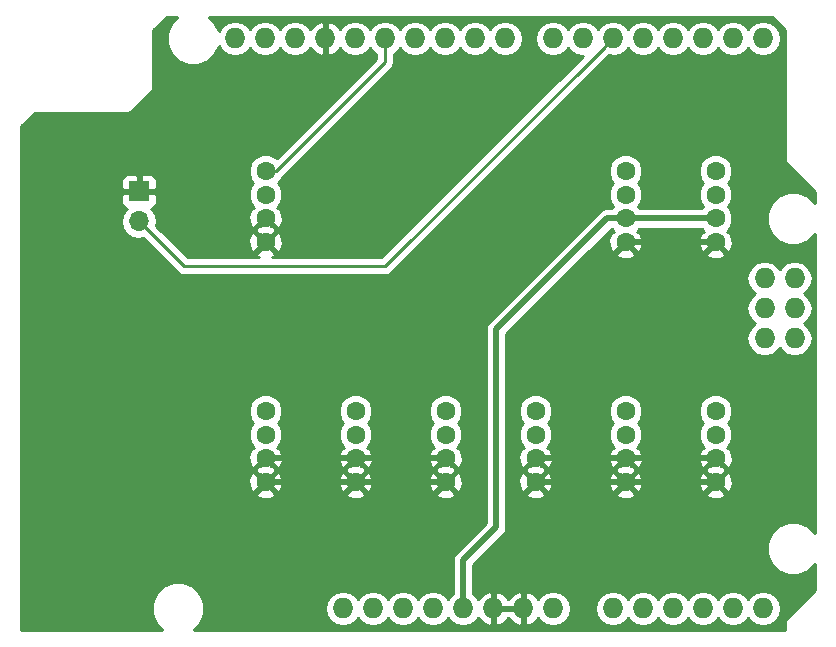
<source format=gbr>
G04 #@! TF.FileFunction,Copper,L2,Bot,Signal*
%FSLAX46Y46*%
G04 Gerber Fmt 4.6, Leading zero omitted, Abs format (unit mm)*
G04 Created by KiCad (PCBNEW 4.0.7) date 08/10/18 17:58:59*
%MOMM*%
%LPD*%
G01*
G04 APERTURE LIST*
%ADD10C,0.100000*%
%ADD11O,1.727200X1.727200*%
%ADD12C,1.597660*%
%ADD13R,1.700000X1.700000*%
%ADD14O,1.700000X1.700000*%
%ADD15C,0.500000*%
%ADD16C,0.250000*%
%ADD17C,0.254000*%
G04 APERTURE END LIST*
D10*
D11*
X210439000Y-77216000D03*
X212979000Y-77216000D03*
X212979000Y-74676000D03*
X210439000Y-74676000D03*
X212979000Y-72136000D03*
X197612000Y-100076000D03*
X192532000Y-100076000D03*
X189992000Y-100076000D03*
X187452000Y-100076000D03*
X184912000Y-100076000D03*
X182372000Y-100076000D03*
X179832000Y-100076000D03*
X177292000Y-100076000D03*
X210312000Y-51816000D03*
X207772000Y-51816000D03*
X205232000Y-51816000D03*
X202692000Y-51816000D03*
X200152000Y-51816000D03*
X197612000Y-51816000D03*
X195072000Y-51816000D03*
X192532000Y-51816000D03*
X173228000Y-51816000D03*
X188468000Y-51816000D03*
X185928000Y-51816000D03*
X183388000Y-51816000D03*
X165608000Y-51816000D03*
X168148000Y-51816000D03*
X170688000Y-51816000D03*
X175768000Y-51816000D03*
X178308000Y-51816000D03*
X180848000Y-51816000D03*
X174752000Y-100076000D03*
X200152000Y-100076000D03*
X202692000Y-100076000D03*
X205232000Y-100076000D03*
X207772000Y-100076000D03*
X210312000Y-100076000D03*
X210439000Y-72136000D03*
D12*
X206288640Y-69039740D03*
X206288640Y-67038220D03*
X206288640Y-65041780D03*
X206288640Y-63040260D03*
X198668640Y-69039740D03*
X198668640Y-67038220D03*
X198668640Y-65041780D03*
X198668640Y-63040260D03*
X168188640Y-69039740D03*
X168188640Y-67038220D03*
X168188640Y-65041780D03*
X168188640Y-63040260D03*
X168188640Y-89359740D03*
X168188640Y-87358220D03*
X168188640Y-85361780D03*
X168188640Y-83360260D03*
X175808640Y-89359740D03*
X175808640Y-87358220D03*
X175808640Y-85361780D03*
X175808640Y-83360260D03*
X183428640Y-89359740D03*
X183428640Y-87358220D03*
X183428640Y-85361780D03*
X183428640Y-83360260D03*
X191048640Y-89359740D03*
X191048640Y-87358220D03*
X191048640Y-85361780D03*
X191048640Y-83360260D03*
X198668640Y-89359740D03*
X198668640Y-87358220D03*
X198668640Y-85361780D03*
X198668640Y-83360260D03*
X206288640Y-89359740D03*
X206288640Y-87358220D03*
X206288640Y-85361780D03*
X206288640Y-83360260D03*
D13*
X157480000Y-64770000D03*
D14*
X157480000Y-67310000D03*
D15*
X168188640Y-89359740D02*
X169318356Y-89359740D01*
X169318356Y-89359740D02*
X175808640Y-89359740D01*
X168188640Y-87358220D02*
X175808640Y-87358220D01*
X175808640Y-87358220D02*
X176938356Y-87358220D01*
X176938356Y-87358220D02*
X183428640Y-87358220D01*
X183428640Y-89359740D02*
X182298924Y-89359740D01*
X182298924Y-89359740D02*
X175808640Y-89359740D01*
X198668640Y-89359740D02*
X206288640Y-89359740D01*
X198668640Y-87358220D02*
X206288640Y-87358220D01*
X198668640Y-89359740D02*
X197538924Y-89359740D01*
X197538924Y-89359740D02*
X191048640Y-89359740D01*
X191048640Y-87358220D02*
X192178356Y-87358220D01*
X192178356Y-87358220D02*
X198668640Y-87358220D01*
X206288640Y-69039740D02*
X205158924Y-69039740D01*
X205158924Y-69039740D02*
X198668640Y-69039740D01*
X198668640Y-67038220D02*
X197121780Y-67038220D01*
X187706000Y-93218000D02*
X184912000Y-96012000D01*
X197121780Y-67038220D02*
X187706000Y-76454000D01*
X184912000Y-96012000D02*
X184912000Y-100076000D01*
X187706000Y-76454000D02*
X187706000Y-93218000D01*
X206288640Y-67038220D02*
X205158924Y-67038220D01*
X205158924Y-67038220D02*
X198668640Y-67038220D01*
D16*
X168188640Y-63040260D02*
X169115740Y-63040260D01*
X169115740Y-63040260D02*
X178308000Y-53848000D01*
X178308000Y-53848000D02*
X178308000Y-51816000D01*
X157480000Y-67310000D02*
X161290000Y-71120000D01*
X161290000Y-71120000D02*
X178308000Y-71120000D01*
X178308000Y-71120000D02*
X196748401Y-52679599D01*
X196748401Y-52679599D02*
X197612000Y-51816000D01*
D17*
G36*
X160158364Y-50548321D02*
X159817389Y-51369481D01*
X159816613Y-52258619D01*
X160156155Y-53080372D01*
X160784321Y-53709636D01*
X161605481Y-54050611D01*
X162494619Y-54051387D01*
X163316372Y-53711845D01*
X163945636Y-53083679D01*
X164218645Y-52426200D01*
X164518971Y-52875670D01*
X165005152Y-53200526D01*
X165578641Y-53314600D01*
X165637359Y-53314600D01*
X166210848Y-53200526D01*
X166697029Y-52875670D01*
X166878000Y-52604828D01*
X167058971Y-52875670D01*
X167545152Y-53200526D01*
X168118641Y-53314600D01*
X168177359Y-53314600D01*
X168750848Y-53200526D01*
X169237029Y-52875670D01*
X169418000Y-52604828D01*
X169598971Y-52875670D01*
X170085152Y-53200526D01*
X170658641Y-53314600D01*
X170717359Y-53314600D01*
X171290848Y-53200526D01*
X171777029Y-52875670D01*
X171957992Y-52604839D01*
X172339510Y-53022821D01*
X172868973Y-53270968D01*
X173101000Y-53150469D01*
X173101000Y-51943000D01*
X173081000Y-51943000D01*
X173081000Y-51689000D01*
X173101000Y-51689000D01*
X173101000Y-50481531D01*
X172868973Y-50361032D01*
X172339510Y-50609179D01*
X171957992Y-51027161D01*
X171777029Y-50756330D01*
X171290848Y-50431474D01*
X170717359Y-50317400D01*
X170658641Y-50317400D01*
X170085152Y-50431474D01*
X169598971Y-50756330D01*
X169418000Y-51027172D01*
X169237029Y-50756330D01*
X168750848Y-50431474D01*
X168177359Y-50317400D01*
X168118641Y-50317400D01*
X167545152Y-50431474D01*
X167058971Y-50756330D01*
X166878000Y-51027172D01*
X166697029Y-50756330D01*
X166210848Y-50431474D01*
X165637359Y-50317400D01*
X165578641Y-50317400D01*
X165005152Y-50431474D01*
X164518971Y-50756330D01*
X164218335Y-51206263D01*
X163947845Y-50551628D01*
X163383204Y-49986000D01*
X211033908Y-49986000D01*
X212142000Y-51094091D01*
X212142000Y-61976000D01*
X212196046Y-62247705D01*
X212349954Y-62478046D01*
X214682000Y-64810091D01*
X214682000Y-65725668D01*
X214119679Y-65162364D01*
X213298519Y-64821389D01*
X212409381Y-64820613D01*
X211587628Y-65160155D01*
X210958364Y-65788321D01*
X210617389Y-66609481D01*
X210616613Y-67498619D01*
X210956155Y-68320372D01*
X211584321Y-68949636D01*
X212405481Y-69290611D01*
X213294619Y-69291387D01*
X214116372Y-68951845D01*
X214682000Y-68387204D01*
X214682000Y-93665668D01*
X214119679Y-93102364D01*
X213298519Y-92761389D01*
X212409381Y-92760613D01*
X211587628Y-93100155D01*
X210958364Y-93728321D01*
X210617389Y-94549481D01*
X210616613Y-95438619D01*
X210956155Y-96260372D01*
X211584321Y-96889636D01*
X212405481Y-97230611D01*
X213294619Y-97231387D01*
X214116372Y-96891845D01*
X214682000Y-96327204D01*
X214682000Y-98511909D01*
X212349954Y-100843954D01*
X212196046Y-101074295D01*
X212142000Y-101346000D01*
X212142000Y-101906000D01*
X162112332Y-101906000D01*
X162675636Y-101343679D01*
X163016611Y-100522519D01*
X163017000Y-100076000D01*
X173224041Y-100076000D01*
X173338115Y-100649489D01*
X173662971Y-101135670D01*
X174149152Y-101460526D01*
X174722641Y-101574600D01*
X174781359Y-101574600D01*
X175354848Y-101460526D01*
X175841029Y-101135670D01*
X176022000Y-100864828D01*
X176202971Y-101135670D01*
X176689152Y-101460526D01*
X177262641Y-101574600D01*
X177321359Y-101574600D01*
X177894848Y-101460526D01*
X178381029Y-101135670D01*
X178562000Y-100864828D01*
X178742971Y-101135670D01*
X179229152Y-101460526D01*
X179802641Y-101574600D01*
X179861359Y-101574600D01*
X180434848Y-101460526D01*
X180921029Y-101135670D01*
X181102000Y-100864828D01*
X181282971Y-101135670D01*
X181769152Y-101460526D01*
X182342641Y-101574600D01*
X182401359Y-101574600D01*
X182974848Y-101460526D01*
X183461029Y-101135670D01*
X183642000Y-100864828D01*
X183822971Y-101135670D01*
X184309152Y-101460526D01*
X184882641Y-101574600D01*
X184941359Y-101574600D01*
X185514848Y-101460526D01*
X186001029Y-101135670D01*
X186181992Y-100864839D01*
X186563510Y-101282821D01*
X187092973Y-101530968D01*
X187325000Y-101410469D01*
X187325000Y-100203000D01*
X187579000Y-100203000D01*
X187579000Y-101410469D01*
X187811027Y-101530968D01*
X188340490Y-101282821D01*
X188722000Y-100864848D01*
X189103510Y-101282821D01*
X189632973Y-101530968D01*
X189865000Y-101410469D01*
X189865000Y-100203000D01*
X187579000Y-100203000D01*
X187325000Y-100203000D01*
X187305000Y-100203000D01*
X187305000Y-99949000D01*
X187325000Y-99949000D01*
X187325000Y-98741531D01*
X187579000Y-98741531D01*
X187579000Y-99949000D01*
X189865000Y-99949000D01*
X189865000Y-98741531D01*
X190119000Y-98741531D01*
X190119000Y-99949000D01*
X190139000Y-99949000D01*
X190139000Y-100203000D01*
X190119000Y-100203000D01*
X190119000Y-101410469D01*
X190351027Y-101530968D01*
X190880490Y-101282821D01*
X191262008Y-100864839D01*
X191442971Y-101135670D01*
X191929152Y-101460526D01*
X192502641Y-101574600D01*
X192561359Y-101574600D01*
X193134848Y-101460526D01*
X193621029Y-101135670D01*
X193945885Y-100649489D01*
X194059959Y-100076000D01*
X196084041Y-100076000D01*
X196198115Y-100649489D01*
X196522971Y-101135670D01*
X197009152Y-101460526D01*
X197582641Y-101574600D01*
X197641359Y-101574600D01*
X198214848Y-101460526D01*
X198701029Y-101135670D01*
X198882000Y-100864828D01*
X199062971Y-101135670D01*
X199549152Y-101460526D01*
X200122641Y-101574600D01*
X200181359Y-101574600D01*
X200754848Y-101460526D01*
X201241029Y-101135670D01*
X201422000Y-100864828D01*
X201602971Y-101135670D01*
X202089152Y-101460526D01*
X202662641Y-101574600D01*
X202721359Y-101574600D01*
X203294848Y-101460526D01*
X203781029Y-101135670D01*
X203962000Y-100864828D01*
X204142971Y-101135670D01*
X204629152Y-101460526D01*
X205202641Y-101574600D01*
X205261359Y-101574600D01*
X205834848Y-101460526D01*
X206321029Y-101135670D01*
X206502000Y-100864828D01*
X206682971Y-101135670D01*
X207169152Y-101460526D01*
X207742641Y-101574600D01*
X207801359Y-101574600D01*
X208374848Y-101460526D01*
X208861029Y-101135670D01*
X209042000Y-100864828D01*
X209222971Y-101135670D01*
X209709152Y-101460526D01*
X210282641Y-101574600D01*
X210341359Y-101574600D01*
X210914848Y-101460526D01*
X211401029Y-101135670D01*
X211725885Y-100649489D01*
X211839959Y-100076000D01*
X211725885Y-99502511D01*
X211401029Y-99016330D01*
X210914848Y-98691474D01*
X210341359Y-98577400D01*
X210282641Y-98577400D01*
X209709152Y-98691474D01*
X209222971Y-99016330D01*
X209042000Y-99287172D01*
X208861029Y-99016330D01*
X208374848Y-98691474D01*
X207801359Y-98577400D01*
X207742641Y-98577400D01*
X207169152Y-98691474D01*
X206682971Y-99016330D01*
X206502000Y-99287172D01*
X206321029Y-99016330D01*
X205834848Y-98691474D01*
X205261359Y-98577400D01*
X205202641Y-98577400D01*
X204629152Y-98691474D01*
X204142971Y-99016330D01*
X203962000Y-99287172D01*
X203781029Y-99016330D01*
X203294848Y-98691474D01*
X202721359Y-98577400D01*
X202662641Y-98577400D01*
X202089152Y-98691474D01*
X201602971Y-99016330D01*
X201422000Y-99287172D01*
X201241029Y-99016330D01*
X200754848Y-98691474D01*
X200181359Y-98577400D01*
X200122641Y-98577400D01*
X199549152Y-98691474D01*
X199062971Y-99016330D01*
X198882000Y-99287172D01*
X198701029Y-99016330D01*
X198214848Y-98691474D01*
X197641359Y-98577400D01*
X197582641Y-98577400D01*
X197009152Y-98691474D01*
X196522971Y-99016330D01*
X196198115Y-99502511D01*
X196084041Y-100076000D01*
X194059959Y-100076000D01*
X193945885Y-99502511D01*
X193621029Y-99016330D01*
X193134848Y-98691474D01*
X192561359Y-98577400D01*
X192502641Y-98577400D01*
X191929152Y-98691474D01*
X191442971Y-99016330D01*
X191262008Y-99287161D01*
X190880490Y-98869179D01*
X190351027Y-98621032D01*
X190119000Y-98741531D01*
X189865000Y-98741531D01*
X189632973Y-98621032D01*
X189103510Y-98869179D01*
X188722000Y-99287152D01*
X188340490Y-98869179D01*
X187811027Y-98621032D01*
X187579000Y-98741531D01*
X187325000Y-98741531D01*
X187092973Y-98621032D01*
X186563510Y-98869179D01*
X186181992Y-99287161D01*
X186001029Y-99016330D01*
X185797000Y-98880002D01*
X185797000Y-96378580D01*
X188331787Y-93843792D01*
X188331790Y-93843790D01*
X188523633Y-93556675D01*
X188534810Y-93500484D01*
X188591001Y-93218000D01*
X188591000Y-93217995D01*
X188591000Y-90366637D01*
X190221348Y-90366637D01*
X190295339Y-90612635D01*
X190832142Y-90805540D01*
X191401906Y-90778336D01*
X191801941Y-90612635D01*
X191875932Y-90366637D01*
X197841348Y-90366637D01*
X197915339Y-90612635D01*
X198452142Y-90805540D01*
X199021906Y-90778336D01*
X199421941Y-90612635D01*
X199495932Y-90366637D01*
X205461348Y-90366637D01*
X205535339Y-90612635D01*
X206072142Y-90805540D01*
X206641906Y-90778336D01*
X207041941Y-90612635D01*
X207115932Y-90366637D01*
X206288640Y-89539345D01*
X205461348Y-90366637D01*
X199495932Y-90366637D01*
X198668640Y-89539345D01*
X197841348Y-90366637D01*
X191875932Y-90366637D01*
X191048640Y-89539345D01*
X190221348Y-90366637D01*
X188591000Y-90366637D01*
X188591000Y-89143242D01*
X189602840Y-89143242D01*
X189630044Y-89713006D01*
X189795745Y-90113041D01*
X190041743Y-90187032D01*
X190869035Y-89359740D01*
X191228245Y-89359740D01*
X192055537Y-90187032D01*
X192301535Y-90113041D01*
X192494440Y-89576238D01*
X192473767Y-89143242D01*
X197222840Y-89143242D01*
X197250044Y-89713006D01*
X197415745Y-90113041D01*
X197661743Y-90187032D01*
X198489035Y-89359740D01*
X198848245Y-89359740D01*
X199675537Y-90187032D01*
X199921535Y-90113041D01*
X200114440Y-89576238D01*
X200093767Y-89143242D01*
X204842840Y-89143242D01*
X204870044Y-89713006D01*
X205035745Y-90113041D01*
X205281743Y-90187032D01*
X206109035Y-89359740D01*
X206468245Y-89359740D01*
X207295537Y-90187032D01*
X207541535Y-90113041D01*
X207734440Y-89576238D01*
X207707236Y-89006474D01*
X207541535Y-88606439D01*
X207295537Y-88532448D01*
X206468245Y-89359740D01*
X206109035Y-89359740D01*
X205281743Y-88532448D01*
X205035745Y-88606439D01*
X204842840Y-89143242D01*
X200093767Y-89143242D01*
X200087236Y-89006474D01*
X199921535Y-88606439D01*
X199675537Y-88532448D01*
X198848245Y-89359740D01*
X198489035Y-89359740D01*
X197661743Y-88532448D01*
X197415745Y-88606439D01*
X197222840Y-89143242D01*
X192473767Y-89143242D01*
X192467236Y-89006474D01*
X192301535Y-88606439D01*
X192055537Y-88532448D01*
X191228245Y-89359740D01*
X190869035Y-89359740D01*
X190041743Y-88532448D01*
X189795745Y-88606439D01*
X189602840Y-89143242D01*
X188591000Y-89143242D01*
X188591000Y-88352843D01*
X190221348Y-88352843D01*
X190227485Y-88358980D01*
X190221348Y-88365117D01*
X190295339Y-88611115D01*
X190582990Y-88714485D01*
X191048640Y-89180135D01*
X191487352Y-88741423D01*
X191801941Y-88611115D01*
X191875932Y-88365117D01*
X191869795Y-88358980D01*
X191875932Y-88352843D01*
X197841348Y-88352843D01*
X197847485Y-88358980D01*
X197841348Y-88365117D01*
X197915339Y-88611115D01*
X198202990Y-88714485D01*
X198668640Y-89180135D01*
X199107352Y-88741423D01*
X199421941Y-88611115D01*
X199495932Y-88365117D01*
X199489795Y-88358980D01*
X199495932Y-88352843D01*
X205461348Y-88352843D01*
X205467485Y-88358980D01*
X205461348Y-88365117D01*
X205535339Y-88611115D01*
X205822990Y-88714485D01*
X206288640Y-89180135D01*
X206727352Y-88741423D01*
X207041941Y-88611115D01*
X207115932Y-88365117D01*
X207109795Y-88358980D01*
X207115932Y-88352843D01*
X207041941Y-88106845D01*
X206754290Y-88003475D01*
X206288640Y-87537825D01*
X205849928Y-87976537D01*
X205535339Y-88106845D01*
X205461348Y-88352843D01*
X199495932Y-88352843D01*
X199421941Y-88106845D01*
X199134290Y-88003475D01*
X198668640Y-87537825D01*
X198229928Y-87976537D01*
X197915339Y-88106845D01*
X197841348Y-88352843D01*
X191875932Y-88352843D01*
X191801941Y-88106845D01*
X191514290Y-88003475D01*
X191048640Y-87537825D01*
X190609928Y-87976537D01*
X190295339Y-88106845D01*
X190221348Y-88352843D01*
X188591000Y-88352843D01*
X188591000Y-87141722D01*
X189602840Y-87141722D01*
X189630044Y-87711486D01*
X189795745Y-88111521D01*
X190041743Y-88185512D01*
X190869035Y-87358220D01*
X190854893Y-87344078D01*
X191034498Y-87164473D01*
X191048640Y-87178615D01*
X191062783Y-87164473D01*
X191242388Y-87344078D01*
X191228245Y-87358220D01*
X192055537Y-88185512D01*
X192301535Y-88111521D01*
X192494440Y-87574718D01*
X192473767Y-87141722D01*
X197222840Y-87141722D01*
X197250044Y-87711486D01*
X197415745Y-88111521D01*
X197661743Y-88185512D01*
X198489035Y-87358220D01*
X198474893Y-87344078D01*
X198654498Y-87164473D01*
X198668640Y-87178615D01*
X198682783Y-87164473D01*
X198862388Y-87344078D01*
X198848245Y-87358220D01*
X199675537Y-88185512D01*
X199921535Y-88111521D01*
X200114440Y-87574718D01*
X200093767Y-87141722D01*
X204842840Y-87141722D01*
X204870044Y-87711486D01*
X205035745Y-88111521D01*
X205281743Y-88185512D01*
X206109035Y-87358220D01*
X206094893Y-87344078D01*
X206274498Y-87164473D01*
X206288640Y-87178615D01*
X206302783Y-87164473D01*
X206482388Y-87344078D01*
X206468245Y-87358220D01*
X207295537Y-88185512D01*
X207541535Y-88111521D01*
X207734440Y-87574718D01*
X207707236Y-87004954D01*
X207541535Y-86604919D01*
X207295539Y-86530929D01*
X207410418Y-86416050D01*
X207336295Y-86341927D01*
X207503473Y-86175040D01*
X207722220Y-85648238D01*
X207722718Y-85077825D01*
X207504890Y-84550642D01*
X207315622Y-84361043D01*
X207503473Y-84173520D01*
X207722220Y-83646718D01*
X207722718Y-83076305D01*
X207504890Y-82549122D01*
X207101900Y-82145427D01*
X206575098Y-81926680D01*
X206004685Y-81926182D01*
X205477502Y-82144010D01*
X205073807Y-82547000D01*
X204855060Y-83073802D01*
X204854562Y-83644215D01*
X205072390Y-84171398D01*
X205261658Y-84360997D01*
X205073807Y-84548520D01*
X204855060Y-85075322D01*
X204854562Y-85645735D01*
X205072390Y-86172918D01*
X205241044Y-86341868D01*
X205166862Y-86416050D01*
X205281741Y-86530929D01*
X205035745Y-86604919D01*
X204842840Y-87141722D01*
X200093767Y-87141722D01*
X200087236Y-87004954D01*
X199921535Y-86604919D01*
X199675539Y-86530929D01*
X199790418Y-86416050D01*
X199716295Y-86341927D01*
X199883473Y-86175040D01*
X200102220Y-85648238D01*
X200102718Y-85077825D01*
X199884890Y-84550642D01*
X199695622Y-84361043D01*
X199883473Y-84173520D01*
X200102220Y-83646718D01*
X200102718Y-83076305D01*
X199884890Y-82549122D01*
X199481900Y-82145427D01*
X198955098Y-81926680D01*
X198384685Y-81926182D01*
X197857502Y-82144010D01*
X197453807Y-82547000D01*
X197235060Y-83073802D01*
X197234562Y-83644215D01*
X197452390Y-84171398D01*
X197641658Y-84360997D01*
X197453807Y-84548520D01*
X197235060Y-85075322D01*
X197234562Y-85645735D01*
X197452390Y-86172918D01*
X197621044Y-86341868D01*
X197546862Y-86416050D01*
X197661741Y-86530929D01*
X197415745Y-86604919D01*
X197222840Y-87141722D01*
X192473767Y-87141722D01*
X192467236Y-87004954D01*
X192301535Y-86604919D01*
X192055539Y-86530929D01*
X192170418Y-86416050D01*
X192096295Y-86341927D01*
X192263473Y-86175040D01*
X192482220Y-85648238D01*
X192482718Y-85077825D01*
X192264890Y-84550642D01*
X192075622Y-84361043D01*
X192263473Y-84173520D01*
X192482220Y-83646718D01*
X192482718Y-83076305D01*
X192264890Y-82549122D01*
X191861900Y-82145427D01*
X191335098Y-81926680D01*
X190764685Y-81926182D01*
X190237502Y-82144010D01*
X189833807Y-82547000D01*
X189615060Y-83073802D01*
X189614562Y-83644215D01*
X189832390Y-84171398D01*
X190021658Y-84360997D01*
X189833807Y-84548520D01*
X189615060Y-85075322D01*
X189614562Y-85645735D01*
X189832390Y-86172918D01*
X190001044Y-86341868D01*
X189926862Y-86416050D01*
X190041741Y-86530929D01*
X189795745Y-86604919D01*
X189602840Y-87141722D01*
X188591000Y-87141722D01*
X188591000Y-76820580D01*
X193275579Y-72136000D01*
X208911041Y-72136000D01*
X209025115Y-72709489D01*
X209349971Y-73195670D01*
X209664752Y-73406000D01*
X209349971Y-73616330D01*
X209025115Y-74102511D01*
X208911041Y-74676000D01*
X209025115Y-75249489D01*
X209349971Y-75735670D01*
X209664752Y-75946000D01*
X209349971Y-76156330D01*
X209025115Y-76642511D01*
X208911041Y-77216000D01*
X209025115Y-77789489D01*
X209349971Y-78275670D01*
X209836152Y-78600526D01*
X210409641Y-78714600D01*
X210468359Y-78714600D01*
X211041848Y-78600526D01*
X211528029Y-78275670D01*
X211709000Y-78004828D01*
X211889971Y-78275670D01*
X212376152Y-78600526D01*
X212949641Y-78714600D01*
X213008359Y-78714600D01*
X213581848Y-78600526D01*
X214068029Y-78275670D01*
X214392885Y-77789489D01*
X214506959Y-77216000D01*
X214392885Y-76642511D01*
X214068029Y-76156330D01*
X213753248Y-75946000D01*
X214068029Y-75735670D01*
X214392885Y-75249489D01*
X214506959Y-74676000D01*
X214392885Y-74102511D01*
X214068029Y-73616330D01*
X213753248Y-73406000D01*
X214068029Y-73195670D01*
X214392885Y-72709489D01*
X214506959Y-72136000D01*
X214392885Y-71562511D01*
X214068029Y-71076330D01*
X213581848Y-70751474D01*
X213008359Y-70637400D01*
X212949641Y-70637400D01*
X212376152Y-70751474D01*
X211889971Y-71076330D01*
X211709000Y-71347172D01*
X211528029Y-71076330D01*
X211041848Y-70751474D01*
X210468359Y-70637400D01*
X210409641Y-70637400D01*
X209836152Y-70751474D01*
X209349971Y-71076330D01*
X209025115Y-71562511D01*
X208911041Y-72136000D01*
X193275579Y-72136000D01*
X195364942Y-70046637D01*
X197841348Y-70046637D01*
X197915339Y-70292635D01*
X198452142Y-70485540D01*
X199021906Y-70458336D01*
X199421941Y-70292635D01*
X199495932Y-70046637D01*
X205461348Y-70046637D01*
X205535339Y-70292635D01*
X206072142Y-70485540D01*
X206641906Y-70458336D01*
X207041941Y-70292635D01*
X207115932Y-70046637D01*
X206288640Y-69219345D01*
X205461348Y-70046637D01*
X199495932Y-70046637D01*
X198668640Y-69219345D01*
X197841348Y-70046637D01*
X195364942Y-70046637D01*
X197488359Y-67923220D01*
X197526123Y-67923220D01*
X197623582Y-68020850D01*
X197546862Y-68097570D01*
X197661741Y-68212449D01*
X197415745Y-68286439D01*
X197222840Y-68823242D01*
X197250044Y-69393006D01*
X197415745Y-69793041D01*
X197661743Y-69867032D01*
X198489035Y-69039740D01*
X198474893Y-69025598D01*
X198654498Y-68845993D01*
X198668640Y-68860135D01*
X198682783Y-68845993D01*
X198862388Y-69025598D01*
X198848245Y-69039740D01*
X199675537Y-69867032D01*
X199921535Y-69793041D01*
X200114440Y-69256238D01*
X200087236Y-68686474D01*
X199921535Y-68286439D01*
X199675539Y-68212449D01*
X199790418Y-68097570D01*
X199713752Y-68020904D01*
X199811607Y-67923220D01*
X205146123Y-67923220D01*
X205243582Y-68020850D01*
X205166862Y-68097570D01*
X205281741Y-68212449D01*
X205035745Y-68286439D01*
X204842840Y-68823242D01*
X204870044Y-69393006D01*
X205035745Y-69793041D01*
X205281743Y-69867032D01*
X206109035Y-69039740D01*
X206094893Y-69025598D01*
X206274498Y-68845993D01*
X206288640Y-68860135D01*
X206302783Y-68845993D01*
X206482388Y-69025598D01*
X206468245Y-69039740D01*
X207295537Y-69867032D01*
X207541535Y-69793041D01*
X207734440Y-69256238D01*
X207707236Y-68686474D01*
X207541535Y-68286439D01*
X207295539Y-68212449D01*
X207410418Y-68097570D01*
X207333752Y-68020904D01*
X207503473Y-67851480D01*
X207722220Y-67324678D01*
X207722718Y-66754265D01*
X207504890Y-66227082D01*
X207318162Y-66040027D01*
X207503473Y-65855040D01*
X207722220Y-65328238D01*
X207722718Y-64757825D01*
X207504890Y-64230642D01*
X207315622Y-64041043D01*
X207503473Y-63853520D01*
X207722220Y-63326718D01*
X207722718Y-62756305D01*
X207504890Y-62229122D01*
X207101900Y-61825427D01*
X206575098Y-61606680D01*
X206004685Y-61606182D01*
X205477502Y-61824010D01*
X205073807Y-62227000D01*
X204855060Y-62753802D01*
X204854562Y-63324215D01*
X205072390Y-63851398D01*
X205261658Y-64040997D01*
X205073807Y-64228520D01*
X204855060Y-64755322D01*
X204854562Y-65325735D01*
X205072390Y-65852918D01*
X205259118Y-66039973D01*
X205145673Y-66153220D01*
X199811157Y-66153220D01*
X199698162Y-66040027D01*
X199883473Y-65855040D01*
X200102220Y-65328238D01*
X200102718Y-64757825D01*
X199884890Y-64230642D01*
X199695622Y-64041043D01*
X199883473Y-63853520D01*
X200102220Y-63326718D01*
X200102718Y-62756305D01*
X199884890Y-62229122D01*
X199481900Y-61825427D01*
X198955098Y-61606680D01*
X198384685Y-61606182D01*
X197857502Y-61824010D01*
X197453807Y-62227000D01*
X197235060Y-62753802D01*
X197234562Y-63324215D01*
X197452390Y-63851398D01*
X197641658Y-64040997D01*
X197453807Y-64228520D01*
X197235060Y-64755322D01*
X197234562Y-65325735D01*
X197452390Y-65852918D01*
X197639118Y-66039973D01*
X197525673Y-66153220D01*
X197121785Y-66153220D01*
X197121780Y-66153219D01*
X196839296Y-66209410D01*
X196783105Y-66220587D01*
X196495990Y-66412430D01*
X196495988Y-66412433D01*
X187080210Y-75828210D01*
X186888367Y-76115325D01*
X186888367Y-76115326D01*
X186820999Y-76454000D01*
X186821000Y-76454005D01*
X186821000Y-92851421D01*
X184286210Y-95386210D01*
X184094367Y-95673325D01*
X184094367Y-95673326D01*
X184026999Y-96012000D01*
X184027000Y-96012005D01*
X184027000Y-98880002D01*
X183822971Y-99016330D01*
X183642000Y-99287172D01*
X183461029Y-99016330D01*
X182974848Y-98691474D01*
X182401359Y-98577400D01*
X182342641Y-98577400D01*
X181769152Y-98691474D01*
X181282971Y-99016330D01*
X181102000Y-99287172D01*
X180921029Y-99016330D01*
X180434848Y-98691474D01*
X179861359Y-98577400D01*
X179802641Y-98577400D01*
X179229152Y-98691474D01*
X178742971Y-99016330D01*
X178562000Y-99287172D01*
X178381029Y-99016330D01*
X177894848Y-98691474D01*
X177321359Y-98577400D01*
X177262641Y-98577400D01*
X176689152Y-98691474D01*
X176202971Y-99016330D01*
X176022000Y-99287172D01*
X175841029Y-99016330D01*
X175354848Y-98691474D01*
X174781359Y-98577400D01*
X174722641Y-98577400D01*
X174149152Y-98691474D01*
X173662971Y-99016330D01*
X173338115Y-99502511D01*
X173224041Y-100076000D01*
X163017000Y-100076000D01*
X163017387Y-99633381D01*
X162677845Y-98811628D01*
X162049679Y-98182364D01*
X161228519Y-97841389D01*
X160339381Y-97840613D01*
X159517628Y-98180155D01*
X158888364Y-98808321D01*
X158547389Y-99629481D01*
X158546613Y-100518619D01*
X158886155Y-101340372D01*
X159450796Y-101906000D01*
X147522000Y-101906000D01*
X147522000Y-90366637D01*
X167361348Y-90366637D01*
X167435339Y-90612635D01*
X167972142Y-90805540D01*
X168541906Y-90778336D01*
X168941941Y-90612635D01*
X169015932Y-90366637D01*
X174981348Y-90366637D01*
X175055339Y-90612635D01*
X175592142Y-90805540D01*
X176161906Y-90778336D01*
X176561941Y-90612635D01*
X176635932Y-90366637D01*
X182601348Y-90366637D01*
X182675339Y-90612635D01*
X183212142Y-90805540D01*
X183781906Y-90778336D01*
X184181941Y-90612635D01*
X184255932Y-90366637D01*
X183428640Y-89539345D01*
X182601348Y-90366637D01*
X176635932Y-90366637D01*
X175808640Y-89539345D01*
X174981348Y-90366637D01*
X169015932Y-90366637D01*
X168188640Y-89539345D01*
X167361348Y-90366637D01*
X147522000Y-90366637D01*
X147522000Y-89143242D01*
X166742840Y-89143242D01*
X166770044Y-89713006D01*
X166935745Y-90113041D01*
X167181743Y-90187032D01*
X168009035Y-89359740D01*
X168368245Y-89359740D01*
X169195537Y-90187032D01*
X169441535Y-90113041D01*
X169634440Y-89576238D01*
X169613767Y-89143242D01*
X174362840Y-89143242D01*
X174390044Y-89713006D01*
X174555745Y-90113041D01*
X174801743Y-90187032D01*
X175629035Y-89359740D01*
X175988245Y-89359740D01*
X176815537Y-90187032D01*
X177061535Y-90113041D01*
X177254440Y-89576238D01*
X177233767Y-89143242D01*
X181982840Y-89143242D01*
X182010044Y-89713006D01*
X182175745Y-90113041D01*
X182421743Y-90187032D01*
X183249035Y-89359740D01*
X183608245Y-89359740D01*
X184435537Y-90187032D01*
X184681535Y-90113041D01*
X184874440Y-89576238D01*
X184847236Y-89006474D01*
X184681535Y-88606439D01*
X184435537Y-88532448D01*
X183608245Y-89359740D01*
X183249035Y-89359740D01*
X182421743Y-88532448D01*
X182175745Y-88606439D01*
X181982840Y-89143242D01*
X177233767Y-89143242D01*
X177227236Y-89006474D01*
X177061535Y-88606439D01*
X176815537Y-88532448D01*
X175988245Y-89359740D01*
X175629035Y-89359740D01*
X174801743Y-88532448D01*
X174555745Y-88606439D01*
X174362840Y-89143242D01*
X169613767Y-89143242D01*
X169607236Y-89006474D01*
X169441535Y-88606439D01*
X169195537Y-88532448D01*
X168368245Y-89359740D01*
X168009035Y-89359740D01*
X167181743Y-88532448D01*
X166935745Y-88606439D01*
X166742840Y-89143242D01*
X147522000Y-89143242D01*
X147522000Y-88352843D01*
X167361348Y-88352843D01*
X167367485Y-88358980D01*
X167361348Y-88365117D01*
X167435339Y-88611115D01*
X167722990Y-88714485D01*
X168188640Y-89180135D01*
X168627352Y-88741423D01*
X168941941Y-88611115D01*
X169015932Y-88365117D01*
X169009795Y-88358980D01*
X169015932Y-88352843D01*
X174981348Y-88352843D01*
X174987485Y-88358980D01*
X174981348Y-88365117D01*
X175055339Y-88611115D01*
X175342990Y-88714485D01*
X175808640Y-89180135D01*
X176247352Y-88741423D01*
X176561941Y-88611115D01*
X176635932Y-88365117D01*
X176629795Y-88358980D01*
X176635932Y-88352843D01*
X182601348Y-88352843D01*
X182607485Y-88358980D01*
X182601348Y-88365117D01*
X182675339Y-88611115D01*
X182962990Y-88714485D01*
X183428640Y-89180135D01*
X183867352Y-88741423D01*
X184181941Y-88611115D01*
X184255932Y-88365117D01*
X184249795Y-88358980D01*
X184255932Y-88352843D01*
X184181941Y-88106845D01*
X183894290Y-88003475D01*
X183428640Y-87537825D01*
X182989928Y-87976537D01*
X182675339Y-88106845D01*
X182601348Y-88352843D01*
X176635932Y-88352843D01*
X176561941Y-88106845D01*
X176274290Y-88003475D01*
X175808640Y-87537825D01*
X175369928Y-87976537D01*
X175055339Y-88106845D01*
X174981348Y-88352843D01*
X169015932Y-88352843D01*
X168941941Y-88106845D01*
X168654290Y-88003475D01*
X168188640Y-87537825D01*
X167749928Y-87976537D01*
X167435339Y-88106845D01*
X167361348Y-88352843D01*
X147522000Y-88352843D01*
X147522000Y-87141722D01*
X166742840Y-87141722D01*
X166770044Y-87711486D01*
X166935745Y-88111521D01*
X167181743Y-88185512D01*
X168009035Y-87358220D01*
X167994893Y-87344078D01*
X168174498Y-87164473D01*
X168188640Y-87178615D01*
X168202783Y-87164473D01*
X168382388Y-87344078D01*
X168368245Y-87358220D01*
X169195537Y-88185512D01*
X169441535Y-88111521D01*
X169634440Y-87574718D01*
X169613767Y-87141722D01*
X174362840Y-87141722D01*
X174390044Y-87711486D01*
X174555745Y-88111521D01*
X174801743Y-88185512D01*
X175629035Y-87358220D01*
X175614893Y-87344078D01*
X175794498Y-87164473D01*
X175808640Y-87178615D01*
X175822783Y-87164473D01*
X176002388Y-87344078D01*
X175988245Y-87358220D01*
X176815537Y-88185512D01*
X177061535Y-88111521D01*
X177254440Y-87574718D01*
X177233767Y-87141722D01*
X181982840Y-87141722D01*
X182010044Y-87711486D01*
X182175745Y-88111521D01*
X182421743Y-88185512D01*
X183249035Y-87358220D01*
X183234893Y-87344078D01*
X183414498Y-87164473D01*
X183428640Y-87178615D01*
X183442783Y-87164473D01*
X183622388Y-87344078D01*
X183608245Y-87358220D01*
X184435537Y-88185512D01*
X184681535Y-88111521D01*
X184874440Y-87574718D01*
X184847236Y-87004954D01*
X184681535Y-86604919D01*
X184435539Y-86530929D01*
X184550418Y-86416050D01*
X184476295Y-86341927D01*
X184643473Y-86175040D01*
X184862220Y-85648238D01*
X184862718Y-85077825D01*
X184644890Y-84550642D01*
X184455622Y-84361043D01*
X184643473Y-84173520D01*
X184862220Y-83646718D01*
X184862718Y-83076305D01*
X184644890Y-82549122D01*
X184241900Y-82145427D01*
X183715098Y-81926680D01*
X183144685Y-81926182D01*
X182617502Y-82144010D01*
X182213807Y-82547000D01*
X181995060Y-83073802D01*
X181994562Y-83644215D01*
X182212390Y-84171398D01*
X182401658Y-84360997D01*
X182213807Y-84548520D01*
X181995060Y-85075322D01*
X181994562Y-85645735D01*
X182212390Y-86172918D01*
X182381044Y-86341868D01*
X182306862Y-86416050D01*
X182421741Y-86530929D01*
X182175745Y-86604919D01*
X181982840Y-87141722D01*
X177233767Y-87141722D01*
X177227236Y-87004954D01*
X177061535Y-86604919D01*
X176815539Y-86530929D01*
X176930418Y-86416050D01*
X176856295Y-86341927D01*
X177023473Y-86175040D01*
X177242220Y-85648238D01*
X177242718Y-85077825D01*
X177024890Y-84550642D01*
X176835622Y-84361043D01*
X177023473Y-84173520D01*
X177242220Y-83646718D01*
X177242718Y-83076305D01*
X177024890Y-82549122D01*
X176621900Y-82145427D01*
X176095098Y-81926680D01*
X175524685Y-81926182D01*
X174997502Y-82144010D01*
X174593807Y-82547000D01*
X174375060Y-83073802D01*
X174374562Y-83644215D01*
X174592390Y-84171398D01*
X174781658Y-84360997D01*
X174593807Y-84548520D01*
X174375060Y-85075322D01*
X174374562Y-85645735D01*
X174592390Y-86172918D01*
X174761044Y-86341868D01*
X174686862Y-86416050D01*
X174801741Y-86530929D01*
X174555745Y-86604919D01*
X174362840Y-87141722D01*
X169613767Y-87141722D01*
X169607236Y-87004954D01*
X169441535Y-86604919D01*
X169195539Y-86530929D01*
X169310418Y-86416050D01*
X169236295Y-86341927D01*
X169403473Y-86175040D01*
X169622220Y-85648238D01*
X169622718Y-85077825D01*
X169404890Y-84550642D01*
X169215622Y-84361043D01*
X169403473Y-84173520D01*
X169622220Y-83646718D01*
X169622718Y-83076305D01*
X169404890Y-82549122D01*
X169001900Y-82145427D01*
X168475098Y-81926680D01*
X167904685Y-81926182D01*
X167377502Y-82144010D01*
X166973807Y-82547000D01*
X166755060Y-83073802D01*
X166754562Y-83644215D01*
X166972390Y-84171398D01*
X167161658Y-84360997D01*
X166973807Y-84548520D01*
X166755060Y-85075322D01*
X166754562Y-85645735D01*
X166972390Y-86172918D01*
X167141044Y-86341868D01*
X167066862Y-86416050D01*
X167181741Y-86530929D01*
X166935745Y-86604919D01*
X166742840Y-87141722D01*
X147522000Y-87141722D01*
X147522000Y-67310000D01*
X155965907Y-67310000D01*
X156078946Y-67878285D01*
X156400853Y-68360054D01*
X156882622Y-68681961D01*
X157450907Y-68795000D01*
X157509093Y-68795000D01*
X157826969Y-68731771D01*
X160752599Y-71657401D01*
X160999161Y-71822148D01*
X161290000Y-71880000D01*
X178308000Y-71880000D01*
X178598839Y-71822148D01*
X178845401Y-71657401D01*
X197253644Y-53249158D01*
X197582641Y-53314600D01*
X197641359Y-53314600D01*
X198214848Y-53200526D01*
X198701029Y-52875670D01*
X198882000Y-52604828D01*
X199062971Y-52875670D01*
X199549152Y-53200526D01*
X200122641Y-53314600D01*
X200181359Y-53314600D01*
X200754848Y-53200526D01*
X201241029Y-52875670D01*
X201422000Y-52604828D01*
X201602971Y-52875670D01*
X202089152Y-53200526D01*
X202662641Y-53314600D01*
X202721359Y-53314600D01*
X203294848Y-53200526D01*
X203781029Y-52875670D01*
X203962000Y-52604828D01*
X204142971Y-52875670D01*
X204629152Y-53200526D01*
X205202641Y-53314600D01*
X205261359Y-53314600D01*
X205834848Y-53200526D01*
X206321029Y-52875670D01*
X206502000Y-52604828D01*
X206682971Y-52875670D01*
X207169152Y-53200526D01*
X207742641Y-53314600D01*
X207801359Y-53314600D01*
X208374848Y-53200526D01*
X208861029Y-52875670D01*
X209042000Y-52604828D01*
X209222971Y-52875670D01*
X209709152Y-53200526D01*
X210282641Y-53314600D01*
X210341359Y-53314600D01*
X210914848Y-53200526D01*
X211401029Y-52875670D01*
X211725885Y-52389489D01*
X211839959Y-51816000D01*
X211725885Y-51242511D01*
X211401029Y-50756330D01*
X210914848Y-50431474D01*
X210341359Y-50317400D01*
X210282641Y-50317400D01*
X209709152Y-50431474D01*
X209222971Y-50756330D01*
X209042000Y-51027172D01*
X208861029Y-50756330D01*
X208374848Y-50431474D01*
X207801359Y-50317400D01*
X207742641Y-50317400D01*
X207169152Y-50431474D01*
X206682971Y-50756330D01*
X206502000Y-51027172D01*
X206321029Y-50756330D01*
X205834848Y-50431474D01*
X205261359Y-50317400D01*
X205202641Y-50317400D01*
X204629152Y-50431474D01*
X204142971Y-50756330D01*
X203962000Y-51027172D01*
X203781029Y-50756330D01*
X203294848Y-50431474D01*
X202721359Y-50317400D01*
X202662641Y-50317400D01*
X202089152Y-50431474D01*
X201602971Y-50756330D01*
X201422000Y-51027172D01*
X201241029Y-50756330D01*
X200754848Y-50431474D01*
X200181359Y-50317400D01*
X200122641Y-50317400D01*
X199549152Y-50431474D01*
X199062971Y-50756330D01*
X198882000Y-51027172D01*
X198701029Y-50756330D01*
X198214848Y-50431474D01*
X197641359Y-50317400D01*
X197582641Y-50317400D01*
X197009152Y-50431474D01*
X196522971Y-50756330D01*
X196342000Y-51027172D01*
X196161029Y-50756330D01*
X195674848Y-50431474D01*
X195101359Y-50317400D01*
X195042641Y-50317400D01*
X194469152Y-50431474D01*
X193982971Y-50756330D01*
X193802000Y-51027172D01*
X193621029Y-50756330D01*
X193134848Y-50431474D01*
X192561359Y-50317400D01*
X192502641Y-50317400D01*
X191929152Y-50431474D01*
X191442971Y-50756330D01*
X191118115Y-51242511D01*
X191004041Y-51816000D01*
X191118115Y-52389489D01*
X191442971Y-52875670D01*
X191929152Y-53200526D01*
X192502641Y-53314600D01*
X192561359Y-53314600D01*
X193134848Y-53200526D01*
X193621029Y-52875670D01*
X193802000Y-52604828D01*
X193982971Y-52875670D01*
X194469152Y-53200526D01*
X195039269Y-53313929D01*
X177993198Y-70360000D01*
X168779309Y-70360000D01*
X168941941Y-70292635D01*
X169015932Y-70046637D01*
X168188640Y-69219345D01*
X167361348Y-70046637D01*
X167435339Y-70292635D01*
X167622798Y-70360000D01*
X161604802Y-70360000D01*
X160068044Y-68823242D01*
X166742840Y-68823242D01*
X166770044Y-69393006D01*
X166935745Y-69793041D01*
X167181743Y-69867032D01*
X168009035Y-69039740D01*
X168368245Y-69039740D01*
X169195537Y-69867032D01*
X169441535Y-69793041D01*
X169634440Y-69256238D01*
X169607236Y-68686474D01*
X169441535Y-68286439D01*
X169195537Y-68212448D01*
X168368245Y-69039740D01*
X168009035Y-69039740D01*
X167181743Y-68212448D01*
X166935745Y-68286439D01*
X166742840Y-68823242D01*
X160068044Y-68823242D01*
X159277645Y-68032843D01*
X167361348Y-68032843D01*
X167367485Y-68038980D01*
X167361348Y-68045117D01*
X167435339Y-68291115D01*
X167722990Y-68394485D01*
X168188640Y-68860135D01*
X168627352Y-68421423D01*
X168941941Y-68291115D01*
X169015932Y-68045117D01*
X169009795Y-68038980D01*
X169015932Y-68032843D01*
X168941941Y-67786845D01*
X168654290Y-67683475D01*
X168188640Y-67217825D01*
X167749928Y-67656537D01*
X167435339Y-67786845D01*
X167361348Y-68032843D01*
X159277645Y-68032843D01*
X158921210Y-67676408D01*
X158994093Y-67310000D01*
X158896969Y-66821722D01*
X166742840Y-66821722D01*
X166770044Y-67391486D01*
X166935745Y-67791521D01*
X167181743Y-67865512D01*
X168009035Y-67038220D01*
X167994893Y-67024078D01*
X168174498Y-66844473D01*
X168188640Y-66858615D01*
X168202783Y-66844473D01*
X168382388Y-67024078D01*
X168368245Y-67038220D01*
X169195537Y-67865512D01*
X169441535Y-67791521D01*
X169634440Y-67254718D01*
X169607236Y-66684954D01*
X169441535Y-66284919D01*
X169195539Y-66210929D01*
X169310418Y-66096050D01*
X169236295Y-66021927D01*
X169403473Y-65855040D01*
X169622220Y-65328238D01*
X169622718Y-64757825D01*
X169404890Y-64230642D01*
X169215622Y-64041043D01*
X169403473Y-63853520D01*
X169466134Y-63702614D01*
X169653141Y-63577661D01*
X178845401Y-54385401D01*
X179010148Y-54138839D01*
X179068000Y-53848000D01*
X179068000Y-53095520D01*
X179397029Y-52875670D01*
X179578000Y-52604828D01*
X179758971Y-52875670D01*
X180245152Y-53200526D01*
X180818641Y-53314600D01*
X180877359Y-53314600D01*
X181450848Y-53200526D01*
X181937029Y-52875670D01*
X182118000Y-52604828D01*
X182298971Y-52875670D01*
X182785152Y-53200526D01*
X183358641Y-53314600D01*
X183417359Y-53314600D01*
X183990848Y-53200526D01*
X184477029Y-52875670D01*
X184658000Y-52604828D01*
X184838971Y-52875670D01*
X185325152Y-53200526D01*
X185898641Y-53314600D01*
X185957359Y-53314600D01*
X186530848Y-53200526D01*
X187017029Y-52875670D01*
X187198000Y-52604828D01*
X187378971Y-52875670D01*
X187865152Y-53200526D01*
X188438641Y-53314600D01*
X188497359Y-53314600D01*
X189070848Y-53200526D01*
X189557029Y-52875670D01*
X189881885Y-52389489D01*
X189995959Y-51816000D01*
X189881885Y-51242511D01*
X189557029Y-50756330D01*
X189070848Y-50431474D01*
X188497359Y-50317400D01*
X188438641Y-50317400D01*
X187865152Y-50431474D01*
X187378971Y-50756330D01*
X187198000Y-51027172D01*
X187017029Y-50756330D01*
X186530848Y-50431474D01*
X185957359Y-50317400D01*
X185898641Y-50317400D01*
X185325152Y-50431474D01*
X184838971Y-50756330D01*
X184658000Y-51027172D01*
X184477029Y-50756330D01*
X183990848Y-50431474D01*
X183417359Y-50317400D01*
X183358641Y-50317400D01*
X182785152Y-50431474D01*
X182298971Y-50756330D01*
X182118000Y-51027172D01*
X181937029Y-50756330D01*
X181450848Y-50431474D01*
X180877359Y-50317400D01*
X180818641Y-50317400D01*
X180245152Y-50431474D01*
X179758971Y-50756330D01*
X179578000Y-51027172D01*
X179397029Y-50756330D01*
X178910848Y-50431474D01*
X178337359Y-50317400D01*
X178278641Y-50317400D01*
X177705152Y-50431474D01*
X177218971Y-50756330D01*
X177038000Y-51027172D01*
X176857029Y-50756330D01*
X176370848Y-50431474D01*
X175797359Y-50317400D01*
X175738641Y-50317400D01*
X175165152Y-50431474D01*
X174678971Y-50756330D01*
X174498008Y-51027161D01*
X174116490Y-50609179D01*
X173587027Y-50361032D01*
X173355000Y-50481531D01*
X173355000Y-51689000D01*
X173375000Y-51689000D01*
X173375000Y-51943000D01*
X173355000Y-51943000D01*
X173355000Y-53150469D01*
X173587027Y-53270968D01*
X174116490Y-53022821D01*
X174498008Y-52604839D01*
X174678971Y-52875670D01*
X175165152Y-53200526D01*
X175738641Y-53314600D01*
X175797359Y-53314600D01*
X176370848Y-53200526D01*
X176857029Y-52875670D01*
X177038000Y-52604828D01*
X177218971Y-52875670D01*
X177548000Y-53095520D01*
X177548000Y-53533198D01*
X169128725Y-61952473D01*
X169001900Y-61825427D01*
X168475098Y-61606680D01*
X167904685Y-61606182D01*
X167377502Y-61824010D01*
X166973807Y-62227000D01*
X166755060Y-62753802D01*
X166754562Y-63324215D01*
X166972390Y-63851398D01*
X167161658Y-64040997D01*
X166973807Y-64228520D01*
X166755060Y-64755322D01*
X166754562Y-65325735D01*
X166972390Y-65852918D01*
X167141044Y-66021868D01*
X167066862Y-66096050D01*
X167181741Y-66210929D01*
X166935745Y-66284919D01*
X166742840Y-66821722D01*
X158896969Y-66821722D01*
X158881054Y-66741715D01*
X158559147Y-66259946D01*
X158515223Y-66230597D01*
X158689698Y-66158327D01*
X158868327Y-65979699D01*
X158965000Y-65746310D01*
X158965000Y-65055750D01*
X158806250Y-64897000D01*
X157607000Y-64897000D01*
X157607000Y-64917000D01*
X157353000Y-64917000D01*
X157353000Y-64897000D01*
X156153750Y-64897000D01*
X155995000Y-65055750D01*
X155995000Y-65746310D01*
X156091673Y-65979699D01*
X156270302Y-66158327D01*
X156444777Y-66230597D01*
X156400853Y-66259946D01*
X156078946Y-66741715D01*
X155965907Y-67310000D01*
X147522000Y-67310000D01*
X147522000Y-63793690D01*
X155995000Y-63793690D01*
X155995000Y-64484250D01*
X156153750Y-64643000D01*
X157353000Y-64643000D01*
X157353000Y-63443750D01*
X157607000Y-63443750D01*
X157607000Y-64643000D01*
X158806250Y-64643000D01*
X158965000Y-64484250D01*
X158965000Y-63793690D01*
X158868327Y-63560301D01*
X158689698Y-63381673D01*
X158456309Y-63285000D01*
X157765750Y-63285000D01*
X157607000Y-63443750D01*
X157353000Y-63443750D01*
X157194250Y-63285000D01*
X156503691Y-63285000D01*
X156270302Y-63381673D01*
X156091673Y-63560301D01*
X155995000Y-63793690D01*
X147522000Y-63793690D01*
X147522000Y-59222092D01*
X148630091Y-58114000D01*
X156464000Y-58114000D01*
X156735705Y-58059954D01*
X156966046Y-57906046D01*
X158490043Y-56382048D01*
X158490046Y-56382046D01*
X158643954Y-56151705D01*
X158698000Y-55880000D01*
X158698000Y-51094092D01*
X159806091Y-49986000D01*
X160721668Y-49986000D01*
X160158364Y-50548321D01*
X160158364Y-50548321D01*
G37*
X160158364Y-50548321D02*
X159817389Y-51369481D01*
X159816613Y-52258619D01*
X160156155Y-53080372D01*
X160784321Y-53709636D01*
X161605481Y-54050611D01*
X162494619Y-54051387D01*
X163316372Y-53711845D01*
X163945636Y-53083679D01*
X164218645Y-52426200D01*
X164518971Y-52875670D01*
X165005152Y-53200526D01*
X165578641Y-53314600D01*
X165637359Y-53314600D01*
X166210848Y-53200526D01*
X166697029Y-52875670D01*
X166878000Y-52604828D01*
X167058971Y-52875670D01*
X167545152Y-53200526D01*
X168118641Y-53314600D01*
X168177359Y-53314600D01*
X168750848Y-53200526D01*
X169237029Y-52875670D01*
X169418000Y-52604828D01*
X169598971Y-52875670D01*
X170085152Y-53200526D01*
X170658641Y-53314600D01*
X170717359Y-53314600D01*
X171290848Y-53200526D01*
X171777029Y-52875670D01*
X171957992Y-52604839D01*
X172339510Y-53022821D01*
X172868973Y-53270968D01*
X173101000Y-53150469D01*
X173101000Y-51943000D01*
X173081000Y-51943000D01*
X173081000Y-51689000D01*
X173101000Y-51689000D01*
X173101000Y-50481531D01*
X172868973Y-50361032D01*
X172339510Y-50609179D01*
X171957992Y-51027161D01*
X171777029Y-50756330D01*
X171290848Y-50431474D01*
X170717359Y-50317400D01*
X170658641Y-50317400D01*
X170085152Y-50431474D01*
X169598971Y-50756330D01*
X169418000Y-51027172D01*
X169237029Y-50756330D01*
X168750848Y-50431474D01*
X168177359Y-50317400D01*
X168118641Y-50317400D01*
X167545152Y-50431474D01*
X167058971Y-50756330D01*
X166878000Y-51027172D01*
X166697029Y-50756330D01*
X166210848Y-50431474D01*
X165637359Y-50317400D01*
X165578641Y-50317400D01*
X165005152Y-50431474D01*
X164518971Y-50756330D01*
X164218335Y-51206263D01*
X163947845Y-50551628D01*
X163383204Y-49986000D01*
X211033908Y-49986000D01*
X212142000Y-51094091D01*
X212142000Y-61976000D01*
X212196046Y-62247705D01*
X212349954Y-62478046D01*
X214682000Y-64810091D01*
X214682000Y-65725668D01*
X214119679Y-65162364D01*
X213298519Y-64821389D01*
X212409381Y-64820613D01*
X211587628Y-65160155D01*
X210958364Y-65788321D01*
X210617389Y-66609481D01*
X210616613Y-67498619D01*
X210956155Y-68320372D01*
X211584321Y-68949636D01*
X212405481Y-69290611D01*
X213294619Y-69291387D01*
X214116372Y-68951845D01*
X214682000Y-68387204D01*
X214682000Y-93665668D01*
X214119679Y-93102364D01*
X213298519Y-92761389D01*
X212409381Y-92760613D01*
X211587628Y-93100155D01*
X210958364Y-93728321D01*
X210617389Y-94549481D01*
X210616613Y-95438619D01*
X210956155Y-96260372D01*
X211584321Y-96889636D01*
X212405481Y-97230611D01*
X213294619Y-97231387D01*
X214116372Y-96891845D01*
X214682000Y-96327204D01*
X214682000Y-98511909D01*
X212349954Y-100843954D01*
X212196046Y-101074295D01*
X212142000Y-101346000D01*
X212142000Y-101906000D01*
X162112332Y-101906000D01*
X162675636Y-101343679D01*
X163016611Y-100522519D01*
X163017000Y-100076000D01*
X173224041Y-100076000D01*
X173338115Y-100649489D01*
X173662971Y-101135670D01*
X174149152Y-101460526D01*
X174722641Y-101574600D01*
X174781359Y-101574600D01*
X175354848Y-101460526D01*
X175841029Y-101135670D01*
X176022000Y-100864828D01*
X176202971Y-101135670D01*
X176689152Y-101460526D01*
X177262641Y-101574600D01*
X177321359Y-101574600D01*
X177894848Y-101460526D01*
X178381029Y-101135670D01*
X178562000Y-100864828D01*
X178742971Y-101135670D01*
X179229152Y-101460526D01*
X179802641Y-101574600D01*
X179861359Y-101574600D01*
X180434848Y-101460526D01*
X180921029Y-101135670D01*
X181102000Y-100864828D01*
X181282971Y-101135670D01*
X181769152Y-101460526D01*
X182342641Y-101574600D01*
X182401359Y-101574600D01*
X182974848Y-101460526D01*
X183461029Y-101135670D01*
X183642000Y-100864828D01*
X183822971Y-101135670D01*
X184309152Y-101460526D01*
X184882641Y-101574600D01*
X184941359Y-101574600D01*
X185514848Y-101460526D01*
X186001029Y-101135670D01*
X186181992Y-100864839D01*
X186563510Y-101282821D01*
X187092973Y-101530968D01*
X187325000Y-101410469D01*
X187325000Y-100203000D01*
X187579000Y-100203000D01*
X187579000Y-101410469D01*
X187811027Y-101530968D01*
X188340490Y-101282821D01*
X188722000Y-100864848D01*
X189103510Y-101282821D01*
X189632973Y-101530968D01*
X189865000Y-101410469D01*
X189865000Y-100203000D01*
X187579000Y-100203000D01*
X187325000Y-100203000D01*
X187305000Y-100203000D01*
X187305000Y-99949000D01*
X187325000Y-99949000D01*
X187325000Y-98741531D01*
X187579000Y-98741531D01*
X187579000Y-99949000D01*
X189865000Y-99949000D01*
X189865000Y-98741531D01*
X190119000Y-98741531D01*
X190119000Y-99949000D01*
X190139000Y-99949000D01*
X190139000Y-100203000D01*
X190119000Y-100203000D01*
X190119000Y-101410469D01*
X190351027Y-101530968D01*
X190880490Y-101282821D01*
X191262008Y-100864839D01*
X191442971Y-101135670D01*
X191929152Y-101460526D01*
X192502641Y-101574600D01*
X192561359Y-101574600D01*
X193134848Y-101460526D01*
X193621029Y-101135670D01*
X193945885Y-100649489D01*
X194059959Y-100076000D01*
X196084041Y-100076000D01*
X196198115Y-100649489D01*
X196522971Y-101135670D01*
X197009152Y-101460526D01*
X197582641Y-101574600D01*
X197641359Y-101574600D01*
X198214848Y-101460526D01*
X198701029Y-101135670D01*
X198882000Y-100864828D01*
X199062971Y-101135670D01*
X199549152Y-101460526D01*
X200122641Y-101574600D01*
X200181359Y-101574600D01*
X200754848Y-101460526D01*
X201241029Y-101135670D01*
X201422000Y-100864828D01*
X201602971Y-101135670D01*
X202089152Y-101460526D01*
X202662641Y-101574600D01*
X202721359Y-101574600D01*
X203294848Y-101460526D01*
X203781029Y-101135670D01*
X203962000Y-100864828D01*
X204142971Y-101135670D01*
X204629152Y-101460526D01*
X205202641Y-101574600D01*
X205261359Y-101574600D01*
X205834848Y-101460526D01*
X206321029Y-101135670D01*
X206502000Y-100864828D01*
X206682971Y-101135670D01*
X207169152Y-101460526D01*
X207742641Y-101574600D01*
X207801359Y-101574600D01*
X208374848Y-101460526D01*
X208861029Y-101135670D01*
X209042000Y-100864828D01*
X209222971Y-101135670D01*
X209709152Y-101460526D01*
X210282641Y-101574600D01*
X210341359Y-101574600D01*
X210914848Y-101460526D01*
X211401029Y-101135670D01*
X211725885Y-100649489D01*
X211839959Y-100076000D01*
X211725885Y-99502511D01*
X211401029Y-99016330D01*
X210914848Y-98691474D01*
X210341359Y-98577400D01*
X210282641Y-98577400D01*
X209709152Y-98691474D01*
X209222971Y-99016330D01*
X209042000Y-99287172D01*
X208861029Y-99016330D01*
X208374848Y-98691474D01*
X207801359Y-98577400D01*
X207742641Y-98577400D01*
X207169152Y-98691474D01*
X206682971Y-99016330D01*
X206502000Y-99287172D01*
X206321029Y-99016330D01*
X205834848Y-98691474D01*
X205261359Y-98577400D01*
X205202641Y-98577400D01*
X204629152Y-98691474D01*
X204142971Y-99016330D01*
X203962000Y-99287172D01*
X203781029Y-99016330D01*
X203294848Y-98691474D01*
X202721359Y-98577400D01*
X202662641Y-98577400D01*
X202089152Y-98691474D01*
X201602971Y-99016330D01*
X201422000Y-99287172D01*
X201241029Y-99016330D01*
X200754848Y-98691474D01*
X200181359Y-98577400D01*
X200122641Y-98577400D01*
X199549152Y-98691474D01*
X199062971Y-99016330D01*
X198882000Y-99287172D01*
X198701029Y-99016330D01*
X198214848Y-98691474D01*
X197641359Y-98577400D01*
X197582641Y-98577400D01*
X197009152Y-98691474D01*
X196522971Y-99016330D01*
X196198115Y-99502511D01*
X196084041Y-100076000D01*
X194059959Y-100076000D01*
X193945885Y-99502511D01*
X193621029Y-99016330D01*
X193134848Y-98691474D01*
X192561359Y-98577400D01*
X192502641Y-98577400D01*
X191929152Y-98691474D01*
X191442971Y-99016330D01*
X191262008Y-99287161D01*
X190880490Y-98869179D01*
X190351027Y-98621032D01*
X190119000Y-98741531D01*
X189865000Y-98741531D01*
X189632973Y-98621032D01*
X189103510Y-98869179D01*
X188722000Y-99287152D01*
X188340490Y-98869179D01*
X187811027Y-98621032D01*
X187579000Y-98741531D01*
X187325000Y-98741531D01*
X187092973Y-98621032D01*
X186563510Y-98869179D01*
X186181992Y-99287161D01*
X186001029Y-99016330D01*
X185797000Y-98880002D01*
X185797000Y-96378580D01*
X188331787Y-93843792D01*
X188331790Y-93843790D01*
X188523633Y-93556675D01*
X188534810Y-93500484D01*
X188591001Y-93218000D01*
X188591000Y-93217995D01*
X188591000Y-90366637D01*
X190221348Y-90366637D01*
X190295339Y-90612635D01*
X190832142Y-90805540D01*
X191401906Y-90778336D01*
X191801941Y-90612635D01*
X191875932Y-90366637D01*
X197841348Y-90366637D01*
X197915339Y-90612635D01*
X198452142Y-90805540D01*
X199021906Y-90778336D01*
X199421941Y-90612635D01*
X199495932Y-90366637D01*
X205461348Y-90366637D01*
X205535339Y-90612635D01*
X206072142Y-90805540D01*
X206641906Y-90778336D01*
X207041941Y-90612635D01*
X207115932Y-90366637D01*
X206288640Y-89539345D01*
X205461348Y-90366637D01*
X199495932Y-90366637D01*
X198668640Y-89539345D01*
X197841348Y-90366637D01*
X191875932Y-90366637D01*
X191048640Y-89539345D01*
X190221348Y-90366637D01*
X188591000Y-90366637D01*
X188591000Y-89143242D01*
X189602840Y-89143242D01*
X189630044Y-89713006D01*
X189795745Y-90113041D01*
X190041743Y-90187032D01*
X190869035Y-89359740D01*
X191228245Y-89359740D01*
X192055537Y-90187032D01*
X192301535Y-90113041D01*
X192494440Y-89576238D01*
X192473767Y-89143242D01*
X197222840Y-89143242D01*
X197250044Y-89713006D01*
X197415745Y-90113041D01*
X197661743Y-90187032D01*
X198489035Y-89359740D01*
X198848245Y-89359740D01*
X199675537Y-90187032D01*
X199921535Y-90113041D01*
X200114440Y-89576238D01*
X200093767Y-89143242D01*
X204842840Y-89143242D01*
X204870044Y-89713006D01*
X205035745Y-90113041D01*
X205281743Y-90187032D01*
X206109035Y-89359740D01*
X206468245Y-89359740D01*
X207295537Y-90187032D01*
X207541535Y-90113041D01*
X207734440Y-89576238D01*
X207707236Y-89006474D01*
X207541535Y-88606439D01*
X207295537Y-88532448D01*
X206468245Y-89359740D01*
X206109035Y-89359740D01*
X205281743Y-88532448D01*
X205035745Y-88606439D01*
X204842840Y-89143242D01*
X200093767Y-89143242D01*
X200087236Y-89006474D01*
X199921535Y-88606439D01*
X199675537Y-88532448D01*
X198848245Y-89359740D01*
X198489035Y-89359740D01*
X197661743Y-88532448D01*
X197415745Y-88606439D01*
X197222840Y-89143242D01*
X192473767Y-89143242D01*
X192467236Y-89006474D01*
X192301535Y-88606439D01*
X192055537Y-88532448D01*
X191228245Y-89359740D01*
X190869035Y-89359740D01*
X190041743Y-88532448D01*
X189795745Y-88606439D01*
X189602840Y-89143242D01*
X188591000Y-89143242D01*
X188591000Y-88352843D01*
X190221348Y-88352843D01*
X190227485Y-88358980D01*
X190221348Y-88365117D01*
X190295339Y-88611115D01*
X190582990Y-88714485D01*
X191048640Y-89180135D01*
X191487352Y-88741423D01*
X191801941Y-88611115D01*
X191875932Y-88365117D01*
X191869795Y-88358980D01*
X191875932Y-88352843D01*
X197841348Y-88352843D01*
X197847485Y-88358980D01*
X197841348Y-88365117D01*
X197915339Y-88611115D01*
X198202990Y-88714485D01*
X198668640Y-89180135D01*
X199107352Y-88741423D01*
X199421941Y-88611115D01*
X199495932Y-88365117D01*
X199489795Y-88358980D01*
X199495932Y-88352843D01*
X205461348Y-88352843D01*
X205467485Y-88358980D01*
X205461348Y-88365117D01*
X205535339Y-88611115D01*
X205822990Y-88714485D01*
X206288640Y-89180135D01*
X206727352Y-88741423D01*
X207041941Y-88611115D01*
X207115932Y-88365117D01*
X207109795Y-88358980D01*
X207115932Y-88352843D01*
X207041941Y-88106845D01*
X206754290Y-88003475D01*
X206288640Y-87537825D01*
X205849928Y-87976537D01*
X205535339Y-88106845D01*
X205461348Y-88352843D01*
X199495932Y-88352843D01*
X199421941Y-88106845D01*
X199134290Y-88003475D01*
X198668640Y-87537825D01*
X198229928Y-87976537D01*
X197915339Y-88106845D01*
X197841348Y-88352843D01*
X191875932Y-88352843D01*
X191801941Y-88106845D01*
X191514290Y-88003475D01*
X191048640Y-87537825D01*
X190609928Y-87976537D01*
X190295339Y-88106845D01*
X190221348Y-88352843D01*
X188591000Y-88352843D01*
X188591000Y-87141722D01*
X189602840Y-87141722D01*
X189630044Y-87711486D01*
X189795745Y-88111521D01*
X190041743Y-88185512D01*
X190869035Y-87358220D01*
X190854893Y-87344078D01*
X191034498Y-87164473D01*
X191048640Y-87178615D01*
X191062783Y-87164473D01*
X191242388Y-87344078D01*
X191228245Y-87358220D01*
X192055537Y-88185512D01*
X192301535Y-88111521D01*
X192494440Y-87574718D01*
X192473767Y-87141722D01*
X197222840Y-87141722D01*
X197250044Y-87711486D01*
X197415745Y-88111521D01*
X197661743Y-88185512D01*
X198489035Y-87358220D01*
X198474893Y-87344078D01*
X198654498Y-87164473D01*
X198668640Y-87178615D01*
X198682783Y-87164473D01*
X198862388Y-87344078D01*
X198848245Y-87358220D01*
X199675537Y-88185512D01*
X199921535Y-88111521D01*
X200114440Y-87574718D01*
X200093767Y-87141722D01*
X204842840Y-87141722D01*
X204870044Y-87711486D01*
X205035745Y-88111521D01*
X205281743Y-88185512D01*
X206109035Y-87358220D01*
X206094893Y-87344078D01*
X206274498Y-87164473D01*
X206288640Y-87178615D01*
X206302783Y-87164473D01*
X206482388Y-87344078D01*
X206468245Y-87358220D01*
X207295537Y-88185512D01*
X207541535Y-88111521D01*
X207734440Y-87574718D01*
X207707236Y-87004954D01*
X207541535Y-86604919D01*
X207295539Y-86530929D01*
X207410418Y-86416050D01*
X207336295Y-86341927D01*
X207503473Y-86175040D01*
X207722220Y-85648238D01*
X207722718Y-85077825D01*
X207504890Y-84550642D01*
X207315622Y-84361043D01*
X207503473Y-84173520D01*
X207722220Y-83646718D01*
X207722718Y-83076305D01*
X207504890Y-82549122D01*
X207101900Y-82145427D01*
X206575098Y-81926680D01*
X206004685Y-81926182D01*
X205477502Y-82144010D01*
X205073807Y-82547000D01*
X204855060Y-83073802D01*
X204854562Y-83644215D01*
X205072390Y-84171398D01*
X205261658Y-84360997D01*
X205073807Y-84548520D01*
X204855060Y-85075322D01*
X204854562Y-85645735D01*
X205072390Y-86172918D01*
X205241044Y-86341868D01*
X205166862Y-86416050D01*
X205281741Y-86530929D01*
X205035745Y-86604919D01*
X204842840Y-87141722D01*
X200093767Y-87141722D01*
X200087236Y-87004954D01*
X199921535Y-86604919D01*
X199675539Y-86530929D01*
X199790418Y-86416050D01*
X199716295Y-86341927D01*
X199883473Y-86175040D01*
X200102220Y-85648238D01*
X200102718Y-85077825D01*
X199884890Y-84550642D01*
X199695622Y-84361043D01*
X199883473Y-84173520D01*
X200102220Y-83646718D01*
X200102718Y-83076305D01*
X199884890Y-82549122D01*
X199481900Y-82145427D01*
X198955098Y-81926680D01*
X198384685Y-81926182D01*
X197857502Y-82144010D01*
X197453807Y-82547000D01*
X197235060Y-83073802D01*
X197234562Y-83644215D01*
X197452390Y-84171398D01*
X197641658Y-84360997D01*
X197453807Y-84548520D01*
X197235060Y-85075322D01*
X197234562Y-85645735D01*
X197452390Y-86172918D01*
X197621044Y-86341868D01*
X197546862Y-86416050D01*
X197661741Y-86530929D01*
X197415745Y-86604919D01*
X197222840Y-87141722D01*
X192473767Y-87141722D01*
X192467236Y-87004954D01*
X192301535Y-86604919D01*
X192055539Y-86530929D01*
X192170418Y-86416050D01*
X192096295Y-86341927D01*
X192263473Y-86175040D01*
X192482220Y-85648238D01*
X192482718Y-85077825D01*
X192264890Y-84550642D01*
X192075622Y-84361043D01*
X192263473Y-84173520D01*
X192482220Y-83646718D01*
X192482718Y-83076305D01*
X192264890Y-82549122D01*
X191861900Y-82145427D01*
X191335098Y-81926680D01*
X190764685Y-81926182D01*
X190237502Y-82144010D01*
X189833807Y-82547000D01*
X189615060Y-83073802D01*
X189614562Y-83644215D01*
X189832390Y-84171398D01*
X190021658Y-84360997D01*
X189833807Y-84548520D01*
X189615060Y-85075322D01*
X189614562Y-85645735D01*
X189832390Y-86172918D01*
X190001044Y-86341868D01*
X189926862Y-86416050D01*
X190041741Y-86530929D01*
X189795745Y-86604919D01*
X189602840Y-87141722D01*
X188591000Y-87141722D01*
X188591000Y-76820580D01*
X193275579Y-72136000D01*
X208911041Y-72136000D01*
X209025115Y-72709489D01*
X209349971Y-73195670D01*
X209664752Y-73406000D01*
X209349971Y-73616330D01*
X209025115Y-74102511D01*
X208911041Y-74676000D01*
X209025115Y-75249489D01*
X209349971Y-75735670D01*
X209664752Y-75946000D01*
X209349971Y-76156330D01*
X209025115Y-76642511D01*
X208911041Y-77216000D01*
X209025115Y-77789489D01*
X209349971Y-78275670D01*
X209836152Y-78600526D01*
X210409641Y-78714600D01*
X210468359Y-78714600D01*
X211041848Y-78600526D01*
X211528029Y-78275670D01*
X211709000Y-78004828D01*
X211889971Y-78275670D01*
X212376152Y-78600526D01*
X212949641Y-78714600D01*
X213008359Y-78714600D01*
X213581848Y-78600526D01*
X214068029Y-78275670D01*
X214392885Y-77789489D01*
X214506959Y-77216000D01*
X214392885Y-76642511D01*
X214068029Y-76156330D01*
X213753248Y-75946000D01*
X214068029Y-75735670D01*
X214392885Y-75249489D01*
X214506959Y-74676000D01*
X214392885Y-74102511D01*
X214068029Y-73616330D01*
X213753248Y-73406000D01*
X214068029Y-73195670D01*
X214392885Y-72709489D01*
X214506959Y-72136000D01*
X214392885Y-71562511D01*
X214068029Y-71076330D01*
X213581848Y-70751474D01*
X213008359Y-70637400D01*
X212949641Y-70637400D01*
X212376152Y-70751474D01*
X211889971Y-71076330D01*
X211709000Y-71347172D01*
X211528029Y-71076330D01*
X211041848Y-70751474D01*
X210468359Y-70637400D01*
X210409641Y-70637400D01*
X209836152Y-70751474D01*
X209349971Y-71076330D01*
X209025115Y-71562511D01*
X208911041Y-72136000D01*
X193275579Y-72136000D01*
X195364942Y-70046637D01*
X197841348Y-70046637D01*
X197915339Y-70292635D01*
X198452142Y-70485540D01*
X199021906Y-70458336D01*
X199421941Y-70292635D01*
X199495932Y-70046637D01*
X205461348Y-70046637D01*
X205535339Y-70292635D01*
X206072142Y-70485540D01*
X206641906Y-70458336D01*
X207041941Y-70292635D01*
X207115932Y-70046637D01*
X206288640Y-69219345D01*
X205461348Y-70046637D01*
X199495932Y-70046637D01*
X198668640Y-69219345D01*
X197841348Y-70046637D01*
X195364942Y-70046637D01*
X197488359Y-67923220D01*
X197526123Y-67923220D01*
X197623582Y-68020850D01*
X197546862Y-68097570D01*
X197661741Y-68212449D01*
X197415745Y-68286439D01*
X197222840Y-68823242D01*
X197250044Y-69393006D01*
X197415745Y-69793041D01*
X197661743Y-69867032D01*
X198489035Y-69039740D01*
X198474893Y-69025598D01*
X198654498Y-68845993D01*
X198668640Y-68860135D01*
X198682783Y-68845993D01*
X198862388Y-69025598D01*
X198848245Y-69039740D01*
X199675537Y-69867032D01*
X199921535Y-69793041D01*
X200114440Y-69256238D01*
X200087236Y-68686474D01*
X199921535Y-68286439D01*
X199675539Y-68212449D01*
X199790418Y-68097570D01*
X199713752Y-68020904D01*
X199811607Y-67923220D01*
X205146123Y-67923220D01*
X205243582Y-68020850D01*
X205166862Y-68097570D01*
X205281741Y-68212449D01*
X205035745Y-68286439D01*
X204842840Y-68823242D01*
X204870044Y-69393006D01*
X205035745Y-69793041D01*
X205281743Y-69867032D01*
X206109035Y-69039740D01*
X206094893Y-69025598D01*
X206274498Y-68845993D01*
X206288640Y-68860135D01*
X206302783Y-68845993D01*
X206482388Y-69025598D01*
X206468245Y-69039740D01*
X207295537Y-69867032D01*
X207541535Y-69793041D01*
X207734440Y-69256238D01*
X207707236Y-68686474D01*
X207541535Y-68286439D01*
X207295539Y-68212449D01*
X207410418Y-68097570D01*
X207333752Y-68020904D01*
X207503473Y-67851480D01*
X207722220Y-67324678D01*
X207722718Y-66754265D01*
X207504890Y-66227082D01*
X207318162Y-66040027D01*
X207503473Y-65855040D01*
X207722220Y-65328238D01*
X207722718Y-64757825D01*
X207504890Y-64230642D01*
X207315622Y-64041043D01*
X207503473Y-63853520D01*
X207722220Y-63326718D01*
X207722718Y-62756305D01*
X207504890Y-62229122D01*
X207101900Y-61825427D01*
X206575098Y-61606680D01*
X206004685Y-61606182D01*
X205477502Y-61824010D01*
X205073807Y-62227000D01*
X204855060Y-62753802D01*
X204854562Y-63324215D01*
X205072390Y-63851398D01*
X205261658Y-64040997D01*
X205073807Y-64228520D01*
X204855060Y-64755322D01*
X204854562Y-65325735D01*
X205072390Y-65852918D01*
X205259118Y-66039973D01*
X205145673Y-66153220D01*
X199811157Y-66153220D01*
X199698162Y-66040027D01*
X199883473Y-65855040D01*
X200102220Y-65328238D01*
X200102718Y-64757825D01*
X199884890Y-64230642D01*
X199695622Y-64041043D01*
X199883473Y-63853520D01*
X200102220Y-63326718D01*
X200102718Y-62756305D01*
X199884890Y-62229122D01*
X199481900Y-61825427D01*
X198955098Y-61606680D01*
X198384685Y-61606182D01*
X197857502Y-61824010D01*
X197453807Y-62227000D01*
X197235060Y-62753802D01*
X197234562Y-63324215D01*
X197452390Y-63851398D01*
X197641658Y-64040997D01*
X197453807Y-64228520D01*
X197235060Y-64755322D01*
X197234562Y-65325735D01*
X197452390Y-65852918D01*
X197639118Y-66039973D01*
X197525673Y-66153220D01*
X197121785Y-66153220D01*
X197121780Y-66153219D01*
X196839296Y-66209410D01*
X196783105Y-66220587D01*
X196495990Y-66412430D01*
X196495988Y-66412433D01*
X187080210Y-75828210D01*
X186888367Y-76115325D01*
X186888367Y-76115326D01*
X186820999Y-76454000D01*
X186821000Y-76454005D01*
X186821000Y-92851421D01*
X184286210Y-95386210D01*
X184094367Y-95673325D01*
X184094367Y-95673326D01*
X184026999Y-96012000D01*
X184027000Y-96012005D01*
X184027000Y-98880002D01*
X183822971Y-99016330D01*
X183642000Y-99287172D01*
X183461029Y-99016330D01*
X182974848Y-98691474D01*
X182401359Y-98577400D01*
X182342641Y-98577400D01*
X181769152Y-98691474D01*
X181282971Y-99016330D01*
X181102000Y-99287172D01*
X180921029Y-99016330D01*
X180434848Y-98691474D01*
X179861359Y-98577400D01*
X179802641Y-98577400D01*
X179229152Y-98691474D01*
X178742971Y-99016330D01*
X178562000Y-99287172D01*
X178381029Y-99016330D01*
X177894848Y-98691474D01*
X177321359Y-98577400D01*
X177262641Y-98577400D01*
X176689152Y-98691474D01*
X176202971Y-99016330D01*
X176022000Y-99287172D01*
X175841029Y-99016330D01*
X175354848Y-98691474D01*
X174781359Y-98577400D01*
X174722641Y-98577400D01*
X174149152Y-98691474D01*
X173662971Y-99016330D01*
X173338115Y-99502511D01*
X173224041Y-100076000D01*
X163017000Y-100076000D01*
X163017387Y-99633381D01*
X162677845Y-98811628D01*
X162049679Y-98182364D01*
X161228519Y-97841389D01*
X160339381Y-97840613D01*
X159517628Y-98180155D01*
X158888364Y-98808321D01*
X158547389Y-99629481D01*
X158546613Y-100518619D01*
X158886155Y-101340372D01*
X159450796Y-101906000D01*
X147522000Y-101906000D01*
X147522000Y-90366637D01*
X167361348Y-90366637D01*
X167435339Y-90612635D01*
X167972142Y-90805540D01*
X168541906Y-90778336D01*
X168941941Y-90612635D01*
X169015932Y-90366637D01*
X174981348Y-90366637D01*
X175055339Y-90612635D01*
X175592142Y-90805540D01*
X176161906Y-90778336D01*
X176561941Y-90612635D01*
X176635932Y-90366637D01*
X182601348Y-90366637D01*
X182675339Y-90612635D01*
X183212142Y-90805540D01*
X183781906Y-90778336D01*
X184181941Y-90612635D01*
X184255932Y-90366637D01*
X183428640Y-89539345D01*
X182601348Y-90366637D01*
X176635932Y-90366637D01*
X175808640Y-89539345D01*
X174981348Y-90366637D01*
X169015932Y-90366637D01*
X168188640Y-89539345D01*
X167361348Y-90366637D01*
X147522000Y-90366637D01*
X147522000Y-89143242D01*
X166742840Y-89143242D01*
X166770044Y-89713006D01*
X166935745Y-90113041D01*
X167181743Y-90187032D01*
X168009035Y-89359740D01*
X168368245Y-89359740D01*
X169195537Y-90187032D01*
X169441535Y-90113041D01*
X169634440Y-89576238D01*
X169613767Y-89143242D01*
X174362840Y-89143242D01*
X174390044Y-89713006D01*
X174555745Y-90113041D01*
X174801743Y-90187032D01*
X175629035Y-89359740D01*
X175988245Y-89359740D01*
X176815537Y-90187032D01*
X177061535Y-90113041D01*
X177254440Y-89576238D01*
X177233767Y-89143242D01*
X181982840Y-89143242D01*
X182010044Y-89713006D01*
X182175745Y-90113041D01*
X182421743Y-90187032D01*
X183249035Y-89359740D01*
X183608245Y-89359740D01*
X184435537Y-90187032D01*
X184681535Y-90113041D01*
X184874440Y-89576238D01*
X184847236Y-89006474D01*
X184681535Y-88606439D01*
X184435537Y-88532448D01*
X183608245Y-89359740D01*
X183249035Y-89359740D01*
X182421743Y-88532448D01*
X182175745Y-88606439D01*
X181982840Y-89143242D01*
X177233767Y-89143242D01*
X177227236Y-89006474D01*
X177061535Y-88606439D01*
X176815537Y-88532448D01*
X175988245Y-89359740D01*
X175629035Y-89359740D01*
X174801743Y-88532448D01*
X174555745Y-88606439D01*
X174362840Y-89143242D01*
X169613767Y-89143242D01*
X169607236Y-89006474D01*
X169441535Y-88606439D01*
X169195537Y-88532448D01*
X168368245Y-89359740D01*
X168009035Y-89359740D01*
X167181743Y-88532448D01*
X166935745Y-88606439D01*
X166742840Y-89143242D01*
X147522000Y-89143242D01*
X147522000Y-88352843D01*
X167361348Y-88352843D01*
X167367485Y-88358980D01*
X167361348Y-88365117D01*
X167435339Y-88611115D01*
X167722990Y-88714485D01*
X168188640Y-89180135D01*
X168627352Y-88741423D01*
X168941941Y-88611115D01*
X169015932Y-88365117D01*
X169009795Y-88358980D01*
X169015932Y-88352843D01*
X174981348Y-88352843D01*
X174987485Y-88358980D01*
X174981348Y-88365117D01*
X175055339Y-88611115D01*
X175342990Y-88714485D01*
X175808640Y-89180135D01*
X176247352Y-88741423D01*
X176561941Y-88611115D01*
X176635932Y-88365117D01*
X176629795Y-88358980D01*
X176635932Y-88352843D01*
X182601348Y-88352843D01*
X182607485Y-88358980D01*
X182601348Y-88365117D01*
X182675339Y-88611115D01*
X182962990Y-88714485D01*
X183428640Y-89180135D01*
X183867352Y-88741423D01*
X184181941Y-88611115D01*
X184255932Y-88365117D01*
X184249795Y-88358980D01*
X184255932Y-88352843D01*
X184181941Y-88106845D01*
X183894290Y-88003475D01*
X183428640Y-87537825D01*
X182989928Y-87976537D01*
X182675339Y-88106845D01*
X182601348Y-88352843D01*
X176635932Y-88352843D01*
X176561941Y-88106845D01*
X176274290Y-88003475D01*
X175808640Y-87537825D01*
X175369928Y-87976537D01*
X175055339Y-88106845D01*
X174981348Y-88352843D01*
X169015932Y-88352843D01*
X168941941Y-88106845D01*
X168654290Y-88003475D01*
X168188640Y-87537825D01*
X167749928Y-87976537D01*
X167435339Y-88106845D01*
X167361348Y-88352843D01*
X147522000Y-88352843D01*
X147522000Y-87141722D01*
X166742840Y-87141722D01*
X166770044Y-87711486D01*
X166935745Y-88111521D01*
X167181743Y-88185512D01*
X168009035Y-87358220D01*
X167994893Y-87344078D01*
X168174498Y-87164473D01*
X168188640Y-87178615D01*
X168202783Y-87164473D01*
X168382388Y-87344078D01*
X168368245Y-87358220D01*
X169195537Y-88185512D01*
X169441535Y-88111521D01*
X169634440Y-87574718D01*
X169613767Y-87141722D01*
X174362840Y-87141722D01*
X174390044Y-87711486D01*
X174555745Y-88111521D01*
X174801743Y-88185512D01*
X175629035Y-87358220D01*
X175614893Y-87344078D01*
X175794498Y-87164473D01*
X175808640Y-87178615D01*
X175822783Y-87164473D01*
X176002388Y-87344078D01*
X175988245Y-87358220D01*
X176815537Y-88185512D01*
X177061535Y-88111521D01*
X177254440Y-87574718D01*
X177233767Y-87141722D01*
X181982840Y-87141722D01*
X182010044Y-87711486D01*
X182175745Y-88111521D01*
X182421743Y-88185512D01*
X183249035Y-87358220D01*
X183234893Y-87344078D01*
X183414498Y-87164473D01*
X183428640Y-87178615D01*
X183442783Y-87164473D01*
X183622388Y-87344078D01*
X183608245Y-87358220D01*
X184435537Y-88185512D01*
X184681535Y-88111521D01*
X184874440Y-87574718D01*
X184847236Y-87004954D01*
X184681535Y-86604919D01*
X184435539Y-86530929D01*
X184550418Y-86416050D01*
X184476295Y-86341927D01*
X184643473Y-86175040D01*
X184862220Y-85648238D01*
X184862718Y-85077825D01*
X184644890Y-84550642D01*
X184455622Y-84361043D01*
X184643473Y-84173520D01*
X184862220Y-83646718D01*
X184862718Y-83076305D01*
X184644890Y-82549122D01*
X184241900Y-82145427D01*
X183715098Y-81926680D01*
X183144685Y-81926182D01*
X182617502Y-82144010D01*
X182213807Y-82547000D01*
X181995060Y-83073802D01*
X181994562Y-83644215D01*
X182212390Y-84171398D01*
X182401658Y-84360997D01*
X182213807Y-84548520D01*
X181995060Y-85075322D01*
X181994562Y-85645735D01*
X182212390Y-86172918D01*
X182381044Y-86341868D01*
X182306862Y-86416050D01*
X182421741Y-86530929D01*
X182175745Y-86604919D01*
X181982840Y-87141722D01*
X177233767Y-87141722D01*
X177227236Y-87004954D01*
X177061535Y-86604919D01*
X176815539Y-86530929D01*
X176930418Y-86416050D01*
X176856295Y-86341927D01*
X177023473Y-86175040D01*
X177242220Y-85648238D01*
X177242718Y-85077825D01*
X177024890Y-84550642D01*
X176835622Y-84361043D01*
X177023473Y-84173520D01*
X177242220Y-83646718D01*
X177242718Y-83076305D01*
X177024890Y-82549122D01*
X176621900Y-82145427D01*
X176095098Y-81926680D01*
X175524685Y-81926182D01*
X174997502Y-82144010D01*
X174593807Y-82547000D01*
X174375060Y-83073802D01*
X174374562Y-83644215D01*
X174592390Y-84171398D01*
X174781658Y-84360997D01*
X174593807Y-84548520D01*
X174375060Y-85075322D01*
X174374562Y-85645735D01*
X174592390Y-86172918D01*
X174761044Y-86341868D01*
X174686862Y-86416050D01*
X174801741Y-86530929D01*
X174555745Y-86604919D01*
X174362840Y-87141722D01*
X169613767Y-87141722D01*
X169607236Y-87004954D01*
X169441535Y-86604919D01*
X169195539Y-86530929D01*
X169310418Y-86416050D01*
X169236295Y-86341927D01*
X169403473Y-86175040D01*
X169622220Y-85648238D01*
X169622718Y-85077825D01*
X169404890Y-84550642D01*
X169215622Y-84361043D01*
X169403473Y-84173520D01*
X169622220Y-83646718D01*
X169622718Y-83076305D01*
X169404890Y-82549122D01*
X169001900Y-82145427D01*
X168475098Y-81926680D01*
X167904685Y-81926182D01*
X167377502Y-82144010D01*
X166973807Y-82547000D01*
X166755060Y-83073802D01*
X166754562Y-83644215D01*
X166972390Y-84171398D01*
X167161658Y-84360997D01*
X166973807Y-84548520D01*
X166755060Y-85075322D01*
X166754562Y-85645735D01*
X166972390Y-86172918D01*
X167141044Y-86341868D01*
X167066862Y-86416050D01*
X167181741Y-86530929D01*
X166935745Y-86604919D01*
X166742840Y-87141722D01*
X147522000Y-87141722D01*
X147522000Y-67310000D01*
X155965907Y-67310000D01*
X156078946Y-67878285D01*
X156400853Y-68360054D01*
X156882622Y-68681961D01*
X157450907Y-68795000D01*
X157509093Y-68795000D01*
X157826969Y-68731771D01*
X160752599Y-71657401D01*
X160999161Y-71822148D01*
X161290000Y-71880000D01*
X178308000Y-71880000D01*
X178598839Y-71822148D01*
X178845401Y-71657401D01*
X197253644Y-53249158D01*
X197582641Y-53314600D01*
X197641359Y-53314600D01*
X198214848Y-53200526D01*
X198701029Y-52875670D01*
X198882000Y-52604828D01*
X199062971Y-52875670D01*
X199549152Y-53200526D01*
X200122641Y-53314600D01*
X200181359Y-53314600D01*
X200754848Y-53200526D01*
X201241029Y-52875670D01*
X201422000Y-52604828D01*
X201602971Y-52875670D01*
X202089152Y-53200526D01*
X202662641Y-53314600D01*
X202721359Y-53314600D01*
X203294848Y-53200526D01*
X203781029Y-52875670D01*
X203962000Y-52604828D01*
X204142971Y-52875670D01*
X204629152Y-53200526D01*
X205202641Y-53314600D01*
X205261359Y-53314600D01*
X205834848Y-53200526D01*
X206321029Y-52875670D01*
X206502000Y-52604828D01*
X206682971Y-52875670D01*
X207169152Y-53200526D01*
X207742641Y-53314600D01*
X207801359Y-53314600D01*
X208374848Y-53200526D01*
X208861029Y-52875670D01*
X209042000Y-52604828D01*
X209222971Y-52875670D01*
X209709152Y-53200526D01*
X210282641Y-53314600D01*
X210341359Y-53314600D01*
X210914848Y-53200526D01*
X211401029Y-52875670D01*
X211725885Y-52389489D01*
X211839959Y-51816000D01*
X211725885Y-51242511D01*
X211401029Y-50756330D01*
X210914848Y-50431474D01*
X210341359Y-50317400D01*
X210282641Y-50317400D01*
X209709152Y-50431474D01*
X209222971Y-50756330D01*
X209042000Y-51027172D01*
X208861029Y-50756330D01*
X208374848Y-50431474D01*
X207801359Y-50317400D01*
X207742641Y-50317400D01*
X207169152Y-50431474D01*
X206682971Y-50756330D01*
X206502000Y-51027172D01*
X206321029Y-50756330D01*
X205834848Y-50431474D01*
X205261359Y-50317400D01*
X205202641Y-50317400D01*
X204629152Y-50431474D01*
X204142971Y-50756330D01*
X203962000Y-51027172D01*
X203781029Y-50756330D01*
X203294848Y-50431474D01*
X202721359Y-50317400D01*
X202662641Y-50317400D01*
X202089152Y-50431474D01*
X201602971Y-50756330D01*
X201422000Y-51027172D01*
X201241029Y-50756330D01*
X200754848Y-50431474D01*
X200181359Y-50317400D01*
X200122641Y-50317400D01*
X199549152Y-50431474D01*
X199062971Y-50756330D01*
X198882000Y-51027172D01*
X198701029Y-50756330D01*
X198214848Y-50431474D01*
X197641359Y-50317400D01*
X197582641Y-50317400D01*
X197009152Y-50431474D01*
X196522971Y-50756330D01*
X196342000Y-51027172D01*
X196161029Y-50756330D01*
X195674848Y-50431474D01*
X195101359Y-50317400D01*
X195042641Y-50317400D01*
X194469152Y-50431474D01*
X193982971Y-50756330D01*
X193802000Y-51027172D01*
X193621029Y-50756330D01*
X193134848Y-50431474D01*
X192561359Y-50317400D01*
X192502641Y-50317400D01*
X191929152Y-50431474D01*
X191442971Y-50756330D01*
X191118115Y-51242511D01*
X191004041Y-51816000D01*
X191118115Y-52389489D01*
X191442971Y-52875670D01*
X191929152Y-53200526D01*
X192502641Y-53314600D01*
X192561359Y-53314600D01*
X193134848Y-53200526D01*
X193621029Y-52875670D01*
X193802000Y-52604828D01*
X193982971Y-52875670D01*
X194469152Y-53200526D01*
X195039269Y-53313929D01*
X177993198Y-70360000D01*
X168779309Y-70360000D01*
X168941941Y-70292635D01*
X169015932Y-70046637D01*
X168188640Y-69219345D01*
X167361348Y-70046637D01*
X167435339Y-70292635D01*
X167622798Y-70360000D01*
X161604802Y-70360000D01*
X160068044Y-68823242D01*
X166742840Y-68823242D01*
X166770044Y-69393006D01*
X166935745Y-69793041D01*
X167181743Y-69867032D01*
X168009035Y-69039740D01*
X168368245Y-69039740D01*
X169195537Y-69867032D01*
X169441535Y-69793041D01*
X169634440Y-69256238D01*
X169607236Y-68686474D01*
X169441535Y-68286439D01*
X169195537Y-68212448D01*
X168368245Y-69039740D01*
X168009035Y-69039740D01*
X167181743Y-68212448D01*
X166935745Y-68286439D01*
X166742840Y-68823242D01*
X160068044Y-68823242D01*
X159277645Y-68032843D01*
X167361348Y-68032843D01*
X167367485Y-68038980D01*
X167361348Y-68045117D01*
X167435339Y-68291115D01*
X167722990Y-68394485D01*
X168188640Y-68860135D01*
X168627352Y-68421423D01*
X168941941Y-68291115D01*
X169015932Y-68045117D01*
X169009795Y-68038980D01*
X169015932Y-68032843D01*
X168941941Y-67786845D01*
X168654290Y-67683475D01*
X168188640Y-67217825D01*
X167749928Y-67656537D01*
X167435339Y-67786845D01*
X167361348Y-68032843D01*
X159277645Y-68032843D01*
X158921210Y-67676408D01*
X158994093Y-67310000D01*
X158896969Y-66821722D01*
X166742840Y-66821722D01*
X166770044Y-67391486D01*
X166935745Y-67791521D01*
X167181743Y-67865512D01*
X168009035Y-67038220D01*
X167994893Y-67024078D01*
X168174498Y-66844473D01*
X168188640Y-66858615D01*
X168202783Y-66844473D01*
X168382388Y-67024078D01*
X168368245Y-67038220D01*
X169195537Y-67865512D01*
X169441535Y-67791521D01*
X169634440Y-67254718D01*
X169607236Y-66684954D01*
X169441535Y-66284919D01*
X169195539Y-66210929D01*
X169310418Y-66096050D01*
X169236295Y-66021927D01*
X169403473Y-65855040D01*
X169622220Y-65328238D01*
X169622718Y-64757825D01*
X169404890Y-64230642D01*
X169215622Y-64041043D01*
X169403473Y-63853520D01*
X169466134Y-63702614D01*
X169653141Y-63577661D01*
X178845401Y-54385401D01*
X179010148Y-54138839D01*
X179068000Y-53848000D01*
X179068000Y-53095520D01*
X179397029Y-52875670D01*
X179578000Y-52604828D01*
X179758971Y-52875670D01*
X180245152Y-53200526D01*
X180818641Y-53314600D01*
X180877359Y-53314600D01*
X181450848Y-53200526D01*
X181937029Y-52875670D01*
X182118000Y-52604828D01*
X182298971Y-52875670D01*
X182785152Y-53200526D01*
X183358641Y-53314600D01*
X183417359Y-53314600D01*
X183990848Y-53200526D01*
X184477029Y-52875670D01*
X184658000Y-52604828D01*
X184838971Y-52875670D01*
X185325152Y-53200526D01*
X185898641Y-53314600D01*
X185957359Y-53314600D01*
X186530848Y-53200526D01*
X187017029Y-52875670D01*
X187198000Y-52604828D01*
X187378971Y-52875670D01*
X187865152Y-53200526D01*
X188438641Y-53314600D01*
X188497359Y-53314600D01*
X189070848Y-53200526D01*
X189557029Y-52875670D01*
X189881885Y-52389489D01*
X189995959Y-51816000D01*
X189881885Y-51242511D01*
X189557029Y-50756330D01*
X189070848Y-50431474D01*
X188497359Y-50317400D01*
X188438641Y-50317400D01*
X187865152Y-50431474D01*
X187378971Y-50756330D01*
X187198000Y-51027172D01*
X187017029Y-50756330D01*
X186530848Y-50431474D01*
X185957359Y-50317400D01*
X185898641Y-50317400D01*
X185325152Y-50431474D01*
X184838971Y-50756330D01*
X184658000Y-51027172D01*
X184477029Y-50756330D01*
X183990848Y-50431474D01*
X183417359Y-50317400D01*
X183358641Y-50317400D01*
X182785152Y-50431474D01*
X182298971Y-50756330D01*
X182118000Y-51027172D01*
X181937029Y-50756330D01*
X181450848Y-50431474D01*
X180877359Y-50317400D01*
X180818641Y-50317400D01*
X180245152Y-50431474D01*
X179758971Y-50756330D01*
X179578000Y-51027172D01*
X179397029Y-50756330D01*
X178910848Y-50431474D01*
X178337359Y-50317400D01*
X178278641Y-50317400D01*
X177705152Y-50431474D01*
X177218971Y-50756330D01*
X177038000Y-51027172D01*
X176857029Y-50756330D01*
X176370848Y-50431474D01*
X175797359Y-50317400D01*
X175738641Y-50317400D01*
X175165152Y-50431474D01*
X174678971Y-50756330D01*
X174498008Y-51027161D01*
X174116490Y-50609179D01*
X173587027Y-50361032D01*
X173355000Y-50481531D01*
X173355000Y-51689000D01*
X173375000Y-51689000D01*
X173375000Y-51943000D01*
X173355000Y-51943000D01*
X173355000Y-53150469D01*
X173587027Y-53270968D01*
X174116490Y-53022821D01*
X174498008Y-52604839D01*
X174678971Y-52875670D01*
X175165152Y-53200526D01*
X175738641Y-53314600D01*
X175797359Y-53314600D01*
X176370848Y-53200526D01*
X176857029Y-52875670D01*
X177038000Y-52604828D01*
X177218971Y-52875670D01*
X177548000Y-53095520D01*
X177548000Y-53533198D01*
X169128725Y-61952473D01*
X169001900Y-61825427D01*
X168475098Y-61606680D01*
X167904685Y-61606182D01*
X167377502Y-61824010D01*
X166973807Y-62227000D01*
X166755060Y-62753802D01*
X166754562Y-63324215D01*
X166972390Y-63851398D01*
X167161658Y-64040997D01*
X166973807Y-64228520D01*
X166755060Y-64755322D01*
X166754562Y-65325735D01*
X166972390Y-65852918D01*
X167141044Y-66021868D01*
X167066862Y-66096050D01*
X167181741Y-66210929D01*
X166935745Y-66284919D01*
X166742840Y-66821722D01*
X158896969Y-66821722D01*
X158881054Y-66741715D01*
X158559147Y-66259946D01*
X158515223Y-66230597D01*
X158689698Y-66158327D01*
X158868327Y-65979699D01*
X158965000Y-65746310D01*
X158965000Y-65055750D01*
X158806250Y-64897000D01*
X157607000Y-64897000D01*
X157607000Y-64917000D01*
X157353000Y-64917000D01*
X157353000Y-64897000D01*
X156153750Y-64897000D01*
X155995000Y-65055750D01*
X155995000Y-65746310D01*
X156091673Y-65979699D01*
X156270302Y-66158327D01*
X156444777Y-66230597D01*
X156400853Y-66259946D01*
X156078946Y-66741715D01*
X155965907Y-67310000D01*
X147522000Y-67310000D01*
X147522000Y-63793690D01*
X155995000Y-63793690D01*
X155995000Y-64484250D01*
X156153750Y-64643000D01*
X157353000Y-64643000D01*
X157353000Y-63443750D01*
X157607000Y-63443750D01*
X157607000Y-64643000D01*
X158806250Y-64643000D01*
X158965000Y-64484250D01*
X158965000Y-63793690D01*
X158868327Y-63560301D01*
X158689698Y-63381673D01*
X158456309Y-63285000D01*
X157765750Y-63285000D01*
X157607000Y-63443750D01*
X157353000Y-63443750D01*
X157194250Y-63285000D01*
X156503691Y-63285000D01*
X156270302Y-63381673D01*
X156091673Y-63560301D01*
X155995000Y-63793690D01*
X147522000Y-63793690D01*
X147522000Y-59222092D01*
X148630091Y-58114000D01*
X156464000Y-58114000D01*
X156735705Y-58059954D01*
X156966046Y-57906046D01*
X158490043Y-56382048D01*
X158490046Y-56382046D01*
X158643954Y-56151705D01*
X158698000Y-55880000D01*
X158698000Y-51094092D01*
X159806091Y-49986000D01*
X160721668Y-49986000D01*
X160158364Y-50548321D01*
M02*

</source>
